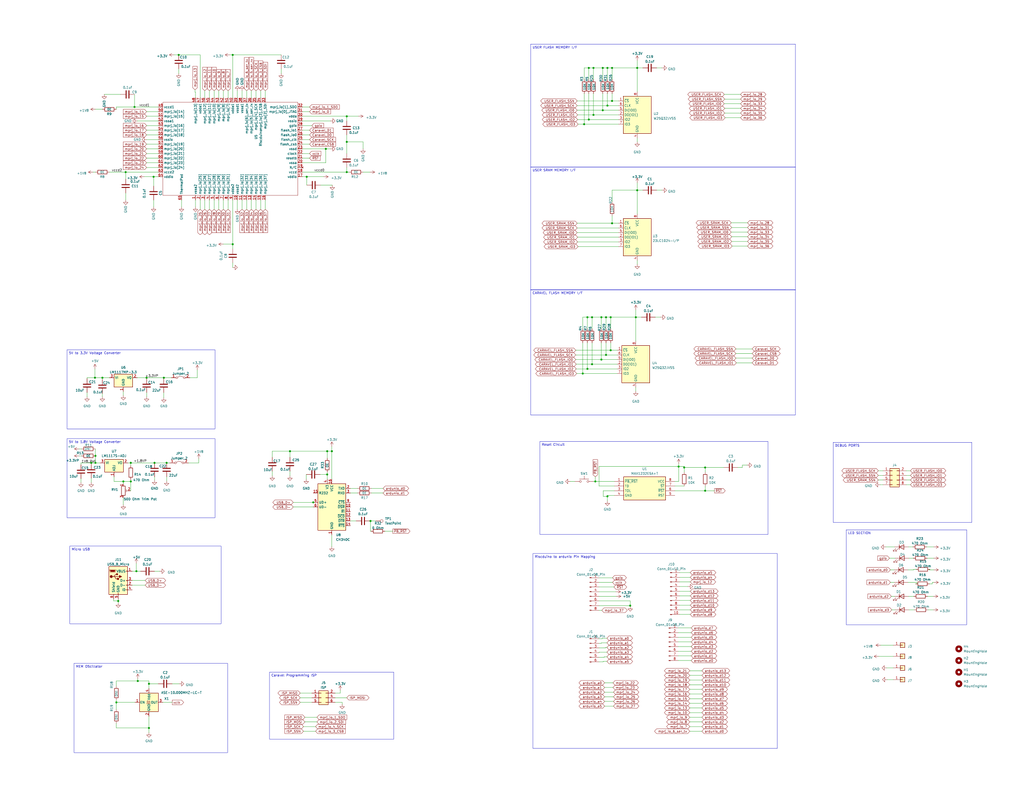
<source format=kicad_sch>
(kicad_sch (version 20230121) (generator eeschema)
  (paper "C")
  (title_block (date "2023-07-21") (rev "1.0.2"))
  (junction (at 347.726 37.084))
  (junction (at 81.28 373.38))
  (junction (at 71.374 262.89))
  (junction (at 178.562 259.08))
  (junction (at 334.01 55.118))
  (junction (at 328.93 37.084))
  (junction (at 80.01 206.248))
  (junction (at 67.31 262.89))
  (junction (at 321.31 37.084))
  (junction (at 323.088 173.228))
  (junction (at 189.23 93.98))
  (junction (at 323.85 37.084))
  (junction (at 331.47 57.658))
  (junction (at 84.328 252.73))
  (junction (at 384.81 267.97))
  (junction (at 68.58 93.98))
  (junction (at 323.85 62.738))
  (junction (at 75.184 371.856))
  (junction (at 320.548 201.422))
  (junction (at 189.23 77.47))
  (junction (at 334.01 121.92))
  (junction (at 330.708 193.802))
  (junction (at 73.406 58.42))
  (junction (at 331.47 37.084))
  (junction (at 331.47 271.018))
  (junction (at 127 133.35))
  (junction (at 323.088 198.882))
  (junction (at 370.332 254.762))
  (junction (at 97.536 29.972))
  (junction (at 71.374 252.73))
  (junction (at 343.916 330.708))
  (junction (at 318.77 67.818))
  (junction (at 74.422 311.912))
  (junction (at 89.408 206.248))
  (junction (at 333.248 173.228))
  (junction (at 63.5 383.54))
  (junction (at 189.23 63.5))
  (junction (at 52.07 252.73))
  (junction (at 333.248 191.262))
  (junction (at 202.184 284.48))
  (junction (at 83.82 96.52))
  (junction (at 177.8 81.28))
  (junction (at 318.008 203.962))
  (junction (at 328.93 60.198))
  (junction (at 170.942 274.32))
  (junction (at 328.168 196.342))
  (junction (at 330.708 173.228))
  (junction (at 181.102 246.38))
  (junction (at 49.784 252.73))
  (junction (at 90.932 252.73))
  (junction (at 167.386 96.52))
  (junction (at 334.01 37.084))
  (junction (at 328.168 173.228))
  (junction (at 158.242 246.38))
  (junction (at 81.28 397.51))
  (junction (at 324.866 262.89))
  (junction (at 64.516 328.168))
  (junction (at 347.726 103.886))
  (junction (at 127 29.972))
  (junction (at 51.816 206.248))
  (junction (at 384.81 255.27))
  (junction (at 178.562 246.38))
  (junction (at 52.07 248.92))
  (junction (at 321.31 65.278))
  (junction (at 346.964 173.228))
  (junction (at 320.548 173.228))
  (junction (at 55.88 206.248))
  (junction (at 373.38 255.27))
  (wire (pts (xy 334.01 55.118) (xy 337.566 55.118)))
  (wire (pts (xy 44.196 261.366) (xy 44.196 263.398)))
  (wire (pts (xy 106.426 50.292) (xy 106.426 49.022)))
  (wire (pts (xy 343.916 330.708) (xy 343.916 328.168)))
  (wire (pts (xy 181.102 292.1) (xy 181.102 298.45)))
  (wire (pts (xy 376.428 381.508) (xy 383.032 381.508)))
  (wire (pts (xy 47.498 206.248) (xy 51.816 206.248)))
  (wire (pts (xy 330.708 173.228) (xy 333.248 173.228)))
  (wire (pts (xy 144.78 49.53) (xy 144.78 53.34)))
  (wire (pts (xy 500.38 318.008) (xy 495.554 318.008)))
  (wire (pts (xy 80.01 76.2) (xy 86.36 76.2)))
  (wire (pts (xy 376.428 386.588) (xy 383.032 386.588)))
  (wire (pts (xy 97.536 29.972) (xy 94.996 29.972)))
  (wire (pts (xy 44.196 252.73) (xy 49.784 252.73)))
  (wire (pts (xy 71.374 252.73) (xy 71.374 254.254)))
  (wire (pts (xy 370.078 345.44) (xy 377.19 345.44)))
  (wire (pts (xy 89.408 214.376) (xy 89.408 217.17)))
  (wire (pts (xy 178.562 246.38) (xy 181.102 246.38)))
  (wire (pts (xy 328.93 37.084) (xy 331.47 37.084)))
  (wire (pts (xy 370.078 358.14) (xy 377.19 358.14)))
  (wire (pts (xy 508.762 318.77) (xy 508.762 318.008)))
  (wire (pts (xy 329.184 361.188) (xy 331.216 361.188)))
  (wire (pts (xy 81.28 391.16) (xy 81.28 397.51)))
  (wire (pts (xy 494.538 264.668) (xy 496.824 264.668)))
  (wire (pts (xy 335.28 265.43) (xy 326.898 265.43)))
  (wire (pts (xy 331.216 351.028) (xy 328.168 351.028)))
  (wire (pts (xy 74.93 66.04) (xy 86.36 66.04)))
  (wire (pts (xy 167.132 259.08) (xy 167.132 261.62)))
  (wire (pts (xy 330.708 193.802) (xy 336.804 193.802)))
  (wire (pts (xy 370.078 353.06) (xy 377.444 353.06)))
  (wire (pts (xy 109.22 53.34) (xy 109.22 29.972)))
  (wire (pts (xy 326.898 348.742) (xy 328.676 348.742)))
  (wire (pts (xy 97.536 40.132) (xy 97.536 37.592)))
  (wire (pts (xy 324.866 260.35) (xy 324.866 262.89)))
  (wire (pts (xy 479.298 259.588) (xy 481.838 259.588)))
  (wire (pts (xy 498.602 310.896) (xy 498.602 311.15)))
  (wire (pts (xy 81.28 397.51) (xy 81.28 400.05)))
  (wire (pts (xy 331.47 57.658) (xy 337.566 57.658)))
  (wire (pts (xy 114.3 109.22) (xy 114.3 114.3)))
  (wire (pts (xy 496.062 332.994) (xy 498.856 332.994)))
  (wire (pts (xy 80.01 71.12) (xy 86.36 71.12)))
  (wire (pts (xy 500.38 318.77) (xy 500.38 318.008)))
  (wire (pts (xy 61.976 328.168) (xy 64.516 328.168)))
  (wire (pts (xy 116.84 109.22) (xy 116.84 114.3)))
  (wire (pts (xy 181.102 243.84) (xy 181.102 246.38)))
  (wire (pts (xy 198.12 81.28) (xy 198.12 77.47)))
  (wire (pts (xy 165.1 58.42) (xy 168.91 58.42)))
  (wire (pts (xy 83.82 109.22) (xy 83.82 113.03)))
  (wire (pts (xy 347.726 103.886) (xy 350.774 103.886)))
  (wire (pts (xy 373.38 255.27) (xy 373.38 254.762)))
  (wire (pts (xy 370.84 320.294) (xy 375.412 320.294)))
  (wire (pts (xy 64.516 328.168) (xy 64.516 329.184)))
  (wire (pts (xy 314.452 198.882) (xy 323.088 198.882)))
  (wire (pts (xy 333.248 187.198) (xy 333.248 191.262)))
  (wire (pts (xy 401.828 198.12) (xy 410.464 198.12)))
  (wire (pts (xy 329.184 361.442) (xy 329.184 361.188)))
  (wire (pts (xy 63.5 397.51) (xy 63.5 394.97)))
  (wire (pts (xy 328.676 348.488) (xy 331.216 348.488)))
  (wire (pts (xy 331.47 270.51) (xy 331.47 271.018)))
  (wire (pts (xy 507.492 310.896) (xy 506.984 310.896)))
  (wire (pts (xy 321.31 43.434) (xy 321.31 37.084)))
  (wire (pts (xy 395.478 61.722) (xy 404.114 61.722)))
  (wire (pts (xy 373.38 255.27) (xy 384.81 255.27)))
  (wire (pts (xy 63.5 59.69) (xy 63.5 58.42)))
  (wire (pts (xy 81.28 397.51) (xy 63.5 397.51)))
  (wire (pts (xy 326.898 330.708) (xy 343.916 330.708)))
  (wire (pts (xy 51.816 206.248) (xy 55.88 206.248)))
  (wire (pts (xy 182.88 383.54) (xy 186.69 383.54)))
  (wire (pts (xy 376.428 373.888) (xy 383.032 373.888)))
  (wire (pts (xy 384.81 255.27) (xy 384.81 257.81)))
  (wire (pts (xy 376.428 399.288) (xy 383.032 399.288)))
  (wire (pts (xy 320.548 201.422) (xy 336.804 201.422)))
  (wire (pts (xy 129.54 109.22) (xy 129.54 114.3)))
  (wire (pts (xy 47.498 214.376) (xy 47.498 216.662)))
  (wire (pts (xy 68.58 93.98) (xy 68.58 97.79)))
  (wire (pts (xy 62.23 262.89) (xy 67.31 262.89)))
  (wire (pts (xy 97.79 373.38) (xy 93.98 373.38)))
  (wire (pts (xy 165.1 88.9) (xy 177.8 88.9)))
  (wire (pts (xy 399.034 121.666) (xy 407.924 121.666)))
  (wire (pts (xy 71.374 262.89) (xy 71.374 267.97)))
  (wire (pts (xy 80.01 63.5) (xy 86.36 63.5)))
  (wire (pts (xy 483.87 364.744) (xy 487.426 364.744)))
  (wire (pts (xy 148.59 257.302) (xy 148.59 259.842)))
  (wire (pts (xy 399.288 129.286) (xy 407.924 129.286)))
  (wire (pts (xy 43.18 245.11) (xy 44.45 245.11)))
  (wire (pts (xy 399.288 124.206) (xy 407.924 124.206)))
  (wire (pts (xy 165.608 396.748) (xy 172.212 396.748)))
  (wire (pts (xy 405.13 255.27) (xy 405.13 254)))
  (wire (pts (xy 165.1 76.2) (xy 168.91 76.2)))
  (wire (pts (xy 395.224 56.642) (xy 404.114 56.642)))
  (wire (pts (xy 315.214 62.738) (xy 323.85 62.738)))
  (wire (pts (xy 395.478 59.182) (xy 404.114 59.182)))
  (wire (pts (xy 370.078 342.9) (xy 377.19 342.9)))
  (wire (pts (xy 202.184 284.48) (xy 202.184 290.068)))
  (wire (pts (xy 99.06 109.22) (xy 99.06 113.03)))
  (wire (pts (xy 370.84 315.214) (xy 376.682 315.214)))
  (wire (pts (xy 329.692 358.648) (xy 331.216 358.648)))
  (wire (pts (xy 480.568 352.298) (xy 487.426 352.298)))
  (wire (pts (xy 182.88 378.46) (xy 185.674 378.46)))
  (wire (pts (xy 64.516 327.152) (xy 64.516 328.168)))
  (wire (pts (xy 84.328 252.73) (xy 90.932 252.73)))
  (wire (pts (xy 347.726 75.438) (xy 347.726 77.47)))
  (wire (pts (xy 51.816 201.422) (xy 51.816 206.248)))
  (wire (pts (xy 315.214 132.08) (xy 337.566 132.08)))
  (wire (pts (xy 323.088 187.198) (xy 323.088 198.882)))
  (wire (pts (xy 106.68 50.292) (xy 106.68 53.34)))
  (wire (pts (xy 328.168 179.578) (xy 328.168 173.228)))
  (wire (pts (xy 334.01 103.886) (xy 334.01 110.236)))
  (wire (pts (xy 486.41 325.628) (xy 488.188 325.628)))
  (wire (pts (xy 49.784 252.73) (xy 52.07 252.73)))
  (wire (pts (xy 165.1 83.82) (xy 168.91 83.82)))
  (wire (pts (xy 71.374 261.874) (xy 71.374 262.89)))
  (wire (pts (xy 324.866 262.89) (xy 335.28 262.89)))
  (wire (pts (xy 331.47 273.558) (xy 331.47 271.018)))
  (wire (pts (xy 181.356 101.092) (xy 175.006 101.092)))
  (wire (pts (xy 346.964 169.164) (xy 346.964 173.228)))
  (wire (pts (xy 328.168 351.282) (xy 326.898 351.282)))
  (wire (pts (xy 202.184 284.48) (xy 204.978 284.48)))
  (wire (pts (xy 323.85 37.084) (xy 323.85 43.434)))
  (wire (pts (xy 71.374 267.97) (xy 71.12 267.97)))
  (wire (pts (xy 127 29.972) (xy 153.416 29.972)))
  (wire (pts (xy 129.54 49.53) (xy 129.54 53.34)))
  (wire (pts (xy 189.23 77.47) (xy 189.23 83.82)))
  (wire (pts (xy 165.1 63.5) (xy 189.23 63.5)))
  (wire (pts (xy 318.008 203.962) (xy 336.804 203.962)))
  (wire (pts (xy 163.83 383.54) (xy 170.18 383.54)))
  (wire (pts (xy 314.96 57.658) (xy 331.47 57.658)))
  (wire (pts (xy 67.31 213.868) (xy 67.31 215.9)))
  (wire (pts (xy 167.386 96.52) (xy 165.1 96.52)))
  (wire (pts (xy 318.008 187.198) (xy 318.008 203.962)))
  (wire (pts (xy 331.47 270.51) (xy 335.28 270.51)))
  (wire (pts (xy 314.198 193.802) (xy 330.708 193.802)))
  (wire (pts (xy 127 143.51) (xy 127 146.05)))
  (wire (pts (xy 160.02 274.32) (xy 170.942 274.32)))
  (wire (pts (xy 139.7 49.53) (xy 139.7 53.34)))
  (wire (pts (xy 59.69 93.98) (xy 68.58 93.98)))
  (wire (pts (xy 370.332 262.89) (xy 368.3 262.89)))
  (wire (pts (xy 486.664 332.994) (xy 488.442 332.994)))
  (wire (pts (xy 395.732 64.262) (xy 404.114 64.262)))
  (wire (pts (xy 67.31 262.89) (xy 67.31 264.16)))
  (wire (pts (xy 318.77 37.084) (xy 321.31 37.084)))
  (wire (pts (xy 185.674 378.46) (xy 185.674 376.936)))
  (wire (pts (xy 329.946 377.952) (xy 334.772 377.952)))
  (wire (pts (xy 328.168 173.228) (xy 330.708 173.228)))
  (wire (pts (xy 191.262 284.48) (xy 194.31 284.48)))
  (wire (pts (xy 500.38 318.77) (xy 499.618 318.77)))
  (wire (pts (xy 84.328 311.912) (xy 87.122 311.912)))
  (wire (pts (xy 181.102 246.38) (xy 181.102 261.62)))
  (wire (pts (xy 202.184 290.068) (xy 202.438 290.068)))
  (wire (pts (xy 174.752 259.08) (xy 178.562 259.08)))
  (wire (pts (xy 368.3 267.97) (xy 384.81 267.97)))
  (wire (pts (xy 81.28 371.856) (xy 81.28 373.38)))
  (wire (pts (xy 507.238 318.77) (xy 508.762 318.77)))
  (wire (pts (xy 401.574 190.5) (xy 410.464 190.5)))
  (wire (pts (xy 72.136 316.992) (xy 79.248 316.992)))
  (wire (pts (xy 506.476 332.994) (xy 509.27 332.994)))
  (wire (pts (xy 328.168 196.342) (xy 336.804 196.342)))
  (wire (pts (xy 210.058 290.068) (xy 214.376 290.068)))
  (wire (pts (xy 330.454 353.568) (xy 331.216 353.568)))
  (wire (pts (xy 191.262 269.24) (xy 195.072 269.24)))
  (wire (pts (xy 189.23 73.66) (xy 189.23 77.47)))
  (wire (pts (xy 132.08 49.53) (xy 132.08 53.34)))
  (wire (pts (xy 167.386 96.52) (xy 167.386 101.092)))
  (wire (pts (xy 55.88 206.248) (xy 59.69 206.248)))
  (wire (pts (xy 198.12 77.47) (xy 189.23 77.47)))
  (wire (pts (xy 318.008 173.228) (xy 318.008 179.578)))
  (wire (pts (xy 63.5 383.54) (xy 73.66 383.54)))
  (wire (pts (xy 370.84 325.374) (xy 376.682 325.374)))
  (wire (pts (xy 178.562 246.38) (xy 178.562 250.19)))
  (wire (pts (xy 182.88 381) (xy 189.23 381)))
  (wire (pts (xy 498.602 310.896) (xy 499.872 310.896)))
  (wire (pts (xy 314.96 121.92) (xy 334.01 121.92)))
  (wire (pts (xy 376.428 396.748) (xy 383.032 396.748)))
  (wire (pts (xy 323.85 62.738) (xy 337.566 62.738)))
  (wire (pts (xy 134.62 109.22) (xy 134.62 114.3)))
  (wire (pts (xy 320.548 173.228) (xy 323.088 173.228)))
  (wire (pts (xy 328.93 60.198) (xy 337.566 60.198)))
  (wire (pts (xy 331.47 37.084) (xy 334.01 37.084)))
  (wire (pts (xy 160.02 276.86) (xy 170.942 276.86)))
  (wire (pts (xy 170.942 274.32) (xy 171.45 274.32)))
  (wire (pts (xy 80.01 88.9) (xy 86.36 88.9)))
  (wire (pts (xy 109.22 109.22) (xy 109.22 114.3)))
  (wire (pts (xy 331.47 51.054) (xy 331.47 57.658)))
  (wire (pts (xy 494.538 259.588) (xy 496.824 259.588)))
  (wire (pts (xy 370.84 317.754) (xy 376.682 317.754)))
  (wire (pts (xy 326.898 315.468) (xy 334.264 315.468)))
  (wire (pts (xy 314.198 191.262) (xy 333.248 191.262)))
  (wire (pts (xy 62.23 260.35) (xy 62.23 262.89)))
  (wire (pts (xy 405.13 255.27) (xy 402.59 255.27)))
  (wire (pts (xy 201.93 284.48) (xy 202.184 284.48)))
  (wire (pts (xy 329.946 372.872) (xy 334.518 372.872)))
  (wire (pts (xy 52.07 59.69) (xy 55.88 59.69)))
  (wire (pts (xy 311.15 262.89) (xy 313.69 262.89)))
  (wire (pts (xy 84.328 260.35) (xy 84.328 262.128)))
  (wire (pts (xy 479.298 257.048) (xy 481.838 257.048)))
  (wire (pts (xy 318.008 173.228) (xy 320.548 173.228)))
  (wire (pts (xy 357.632 173.228) (xy 360.426 173.228)))
  (wire (pts (xy 329.946 383.032) (xy 334.772 383.032)))
  (wire (pts (xy 127 133.35) (xy 127 135.89)))
  (wire (pts (xy 80.01 78.74) (xy 86.36 78.74)))
  (wire (pts (xy 72.136 319.532) (xy 79.248 319.532)))
  (wire (pts (xy 506.984 310.896) (xy 506.984 311.15)))
  (wire (pts (xy 334.01 103.886) (xy 347.726 103.886)))
  (wire (pts (xy 186.69 383.54) (xy 186.69 384.556)))
  (wire (pts (xy 158.242 257.302) (xy 158.242 259.842)))
  (wire (pts (xy 484.124 371.094) (xy 487.426 371.094)))
  (wire (pts (xy 395.224 51.562) (xy 404.114 51.562)))
  (wire (pts (xy 329.946 380.492) (xy 334.772 380.492)))
  (wire (pts (xy 508.762 318.008) (xy 509.524 318.008)))
  (wire (pts (xy 189.23 93.98) (xy 190.5 93.98)))
  (wire (pts (xy 315.468 134.62) (xy 337.566 134.62)))
  (wire (pts (xy 107.696 206.248) (xy 103.632 206.248)))
  (wire (pts (xy 166.37 394.208) (xy 172.974 394.208)))
  (wire (pts (xy 320.548 179.578) (xy 320.548 173.228)))
  (wire (pts (xy 328.93 51.054) (xy 328.93 60.198)))
  (wire (pts (xy 323.85 262.89) (xy 324.866 262.89)))
  (wire (pts (xy 165.1 93.98) (xy 189.23 93.98)))
  (wire (pts (xy 68.58 93.98) (xy 86.36 93.98)))
  (wire (pts (xy 370.84 327.914) (xy 376.682 327.914)))
  (wire (pts (xy 116.84 49.53) (xy 116.84 53.34)))
  (wire (pts (xy 358.394 37.084) (xy 361.188 37.084)))
  (wire (pts (xy 166.37 391.668) (xy 172.974 391.668)))
  (wire (pts (xy 323.088 198.882) (xy 336.804 198.882)))
  (wire (pts (xy 124.46 49.53) (xy 124.46 53.34)))
  (wire (pts (xy 72.136 311.912) (xy 74.422 311.912)))
  (wire (pts (xy 346.964 211.582) (xy 346.964 213.614)))
  (wire (pts (xy 326.898 333.248) (xy 328.422 333.248)))
  (wire (pts (xy 89.408 206.248) (xy 93.472 206.248)))
  (wire (pts (xy 114.3 49.53) (xy 114.3 53.34)))
  (wire (pts (xy 347.726 142.24) (xy 347.726 144.272)))
  (wire (pts (xy 315.214 65.278) (xy 321.31 65.278)))
  (wire (pts (xy 333.248 173.228) (xy 346.964 173.228)))
  (wire (pts (xy 106.68 109.22) (xy 106.68 113.03)))
  (wire (pts (xy 506.984 311.15) (xy 509.524 311.15)))
  (wire (pts (xy 81.28 373.38) (xy 81.28 375.92)))
  (wire (pts (xy 329.692 358.902) (xy 329.692 358.648)))
  (wire (pts (xy 323.85 37.084) (xy 328.93 37.084)))
  (wire (pts (xy 329.184 267.97) (xy 329.184 271.018)))
  (wire (pts (xy 347.726 33.02) (xy 347.726 37.084)))
  (wire (pts (xy 333.248 173.228) (xy 333.248 179.578)))
  (wire (pts (xy 334.01 117.856) (xy 334.01 121.92)))
  (wire (pts (xy 368.3 265.43) (xy 373.38 265.43)))
  (wire (pts (xy 139.7 109.22) (xy 139.7 114.3)))
  (wire (pts (xy 331.216 356.108) (xy 326.898 356.108)))
  (wire (pts (xy 165.1 71.12) (xy 168.91 71.12)))
  (wire (pts (xy 315.214 129.54) (xy 337.566 129.54)))
  (wire (pts (xy 56.896 51.562) (xy 65.786 51.562)))
  (wire (pts (xy 73.406 58.42) (xy 86.36 58.42)))
  (wire (pts (xy 376.428 394.208) (xy 383.032 394.208)))
  (wire (pts (xy 326.898 265.43) (xy 326.898 254.762)))
  (wire (pts (xy 485.902 311.15) (xy 487.934 311.15)))
  (wire (pts (xy 111.76 49.53) (xy 111.76 53.34)))
  (wire (pts (xy 323.088 173.228) (xy 323.088 179.578)))
  (wire (pts (xy 326.898 358.902) (xy 329.692 358.902)))
  (wire (pts (xy 314.198 196.342) (xy 328.168 196.342)))
  (wire (pts (xy 44.196 252.73) (xy 44.196 253.746)))
  (wire (pts (xy 165.1 68.58) (xy 170.18 68.58)))
  (wire (pts (xy 80.01 91.44) (xy 86.36 91.44)))
  (wire (pts (xy 148.59 249.682) (xy 148.59 246.38)))
  (wire (pts (xy 165.1 86.36) (xy 168.91 86.36)))
  (wire (pts (xy 318.77 37.084) (xy 318.77 43.434)))
  (wire (pts (xy 90.932 252.73) (xy 92.71 252.73)))
  (wire (pts (xy 80.01 214.376) (xy 80.01 216.662)))
  (wire (pts (xy 376.428 384.048) (xy 383.032 384.048)))
  (wire (pts (xy 399.542 134.366) (xy 407.924 134.366)))
  (wire (pts (xy 321.31 37.084) (xy 323.85 37.084)))
  (wire (pts (xy 320.548 187.198) (xy 320.548 201.422)))
  (wire (pts (xy 158.242 246.38) (xy 178.562 246.38)))
  (wire (pts (xy 496.062 304.8) (xy 498.348 304.8)))
  (wire (pts (xy 376.428 389.128) (xy 383.032 389.128)))
  (wire (pts (xy 55.88 214.884) (xy 55.88 216.662)))
  (wire (pts (xy 370.078 360.68) (xy 377.19 360.68)))
  (wire (pts (xy 63.5 371.856) (xy 75.184 371.856)))
  (wire (pts (xy 376.428 376.428) (xy 383.032 376.428)))
  (wire (pts (xy 370.078 355.6) (xy 377.19 355.6)))
  (wire (pts (xy 191.262 266.7) (xy 195.072 266.7)))
  (wire (pts (xy 399.034 126.746) (xy 407.924 126.746)))
  (wire (pts (xy 347.726 99.822) (xy 347.726 103.886)))
  (wire (pts (xy 165.1 66.04) (xy 180.34 66.04)))
  (wire (pts (xy 495.808 325.628) (xy 498.602 325.628)))
  (wire (pts (xy 347.726 37.084) (xy 350.774 37.084)))
  (wire (pts (xy 318.77 67.818) (xy 337.566 67.818)))
  (wire (pts (xy 498.602 311.15) (xy 495.554 311.15)))
  (wire (pts (xy 370.332 254.762) (xy 370.332 262.89)))
  (wire (pts (xy 107.696 201.93) (xy 107.696 206.248)))
  (wire (pts (xy 494.538 262.128) (xy 496.824 262.128)))
  (wire (pts (xy 479.552 358.394) (xy 487.426 358.394)))
  (wire (pts (xy 108.458 250.444) (xy 108.458 252.73)))
  (wire (pts (xy 142.24 49.53) (xy 142.24 53.34)))
  (wire (pts (xy 137.16 109.22) (xy 137.16 114.3)))
  (wire (pts (xy 384.81 267.97) (xy 389.89 267.97)))
  (wire (pts (xy 178.562 259.08) (xy 178.562 261.62)))
  (wire (pts (xy 80.01 86.36) (xy 86.36 86.36)))
  (wire (pts (xy 52.07 252.73) (xy 54.61 252.73)))
  (wire (pts (xy 119.38 109.22) (xy 119.38 114.3)))
  (wire (pts (xy 106.68 50.292) (xy 106.426 50.292)))
  (wire (pts (xy 323.088 173.228) (xy 328.168 173.228)))
  (wire (pts (xy 328.93 43.434) (xy 328.93 37.084)))
  (wire (pts (xy 326.898 323.088) (xy 336.042 323.088)))
  (wire (pts (xy 78.74 96.52) (xy 83.82 96.52)))
  (wire (pts (xy 125.476 29.972) (xy 127 29.972)))
  (wire (pts (xy 326.898 318.008) (xy 334.264 318.008)))
  (wire (pts (xy 347.726 116.84) (xy 347.726 103.886)))
  (wire (pts (xy 330.454 353.822) (xy 330.454 353.568)))
  (wire (pts (xy 165.608 399.288) (xy 172.212 399.288)))
  (wire (pts (xy 485.902 318.008) (xy 487.934 318.008)))
  (wire (pts (xy 127 109.22) (xy 127 133.35)))
  (wire (pts (xy 370.078 350.52) (xy 377.19 350.52)))
  (wire (pts (xy 321.31 65.278) (xy 337.566 65.278)))
  (wire (pts (xy 343.916 331.216) (xy 343.916 330.708)))
  (wire (pts (xy 314.96 60.198) (xy 328.93 60.198)))
  (wire (pts (xy 142.24 109.22) (xy 142.24 114.3)))
  (wire (pts (xy 485.394 304.8) (xy 488.442 304.8)))
  (wire (pts (xy 202.692 269.24) (xy 209.042 269.24)))
  (wire (pts (xy 323.85 51.054) (xy 323.85 62.738)))
  (wire (pts (xy 328.168 351.028) (xy 328.168 351.282)))
  (wire (pts (xy 80.01 73.66) (xy 86.36 73.66)))
  (wire (pts (xy 69.85 252.73) (xy 71.374 252.73)))
  (wire (pts (xy 52.07 248.92) (xy 52.07 252.73)))
  (wire (pts (xy 189.23 63.5) (xy 195.58 63.5)))
  (wire (pts (xy 121.92 49.53) (xy 121.92 53.34)))
  (wire (pts (xy 334.01 51.054) (xy 334.01 55.118)))
  (wire (pts (xy 326.898 325.628) (xy 336.296 325.628)))
  (wire (pts (xy 505.714 298.704) (xy 509.524 298.704)))
  (wire (pts (xy 370.078 347.98) (xy 377.19 347.98)))
  (wire (pts (xy 177.8 88.9) (xy 177.8 81.28)))
  (wire (pts (xy 80.01 206.248) (xy 80.01 206.756)))
  (wire (pts (xy 83.82 96.52) (xy 86.36 96.52)))
  (wire (pts (xy 328.168 187.198) (xy 328.168 196.342)))
  (wire (pts (xy 111.76 109.22) (xy 111.76 114.3)))
  (wire (pts (xy 74.422 307.594) (xy 74.422 311.912)))
  (wire (pts (xy 163.83 381) (xy 170.18 381)))
  (wire (pts (xy 158.242 249.682) (xy 158.242 246.38)))
  (wire (pts (xy 90.932 260.35) (xy 90.932 262.636)))
  (wire (pts (xy 331.47 37.084) (xy 331.47 43.434)))
  (wire (pts (xy 479.298 262.128) (xy 481.838 262.128)))
  (wire (pts (xy 395.478 54.102) (xy 404.114 54.102)))
  (wire (pts (xy 376.428 378.968) (xy 383.032 378.968)))
  (wire (pts (xy 163.83 378.46) (xy 170.18 378.46)))
  (wire (pts (xy 67.31 271.78) (xy 67.31 275.59)))
  (wire (pts (xy 376.428 371.348) (xy 383.032 371.348)))
  (wire (pts (xy 63.5 58.42) (xy 73.406 58.42)))
  (wire (pts (xy 483.362 298.704) (xy 488.188 298.704)))
  (wire (pts (xy 370.84 312.674) (xy 376.682 312.674)))
  (wire (pts (xy 108.458 252.73) (xy 102.87 252.73)))
  (wire (pts (xy 326.898 328.168) (xy 343.916 328.168)))
  (wire (pts (xy 75.184 370.586) (xy 75.184 371.856)))
  (wire (pts (xy 148.59 246.38) (xy 158.242 246.38)))
  (wire (pts (xy 189.23 63.5) (xy 189.23 66.04)))
  (wire (pts (xy 347.726 50.038) (xy 347.726 37.084)))
  (wire (pts (xy 330.708 173.228) (xy 330.708 179.578)))
  (wire (pts (xy 370.84 322.834) (xy 376.682 322.834)))
  (wire (pts (xy 505.968 304.8) (xy 509.524 304.8)))
  (wire (pts (xy 376.428 391.668) (xy 383.032 391.668)))
  (wire (pts (xy 326.898 361.442) (xy 329.184 361.442)))
  (wire (pts (xy 80.01 81.28) (xy 86.36 81.28)))
  (wire (pts (xy 370.332 253.238) (xy 370.332 254.762)))
  (wire (pts (xy 314.96 55.118) (xy 334.01 55.118)))
  (wire (pts (xy 89.408 206.248) (xy 89.408 206.756)))
  (wire (pts (xy 373.38 257.81) (xy 373.38 255.27)))
  (wire (pts (xy 346.964 173.228) (xy 350.012 173.228)))
  (wire (pts (xy 134.62 49.53) (xy 134.62 53.34)))
  (wire (pts (xy 334.01 121.92) (xy 337.566 121.92)))
  (wire (pts (xy 401.574 193.04) (xy 410.464 193.04)))
  (wire (pts (xy 370.84 330.454) (xy 376.682 330.454)))
  (wire (pts (xy 88.9 383.54) (xy 93.98 383.54)))
  (wire (pts (xy 326.898 320.548) (xy 335.026 320.548)))
  (wire (pts (xy 314.96 124.46) (xy 337.566 124.46)))
  (wire (pts (xy 376.428 366.268) (xy 383.032 366.268)))
  (wire (pts (xy 202.692 266.7) (xy 209.042 266.7)))
  (wire (pts (xy 47.498 206.756) (xy 47.498 206.248)))
  (wire (pts (xy 81.28 373.38) (xy 86.36 373.38)))
  (wire (pts (xy 494.538 257.048) (xy 496.824 257.048)))
  (wire (pts (xy 178.562 257.81) (xy 178.562 259.08)))
  (wire (pts (xy 52.07 245.11) (xy 52.07 248.92)))
  (wire (pts (xy 333.248 191.262) (xy 336.804 191.262)))
  (wire (pts (xy 384.81 265.43) (xy 384.81 267.97)))
  (wire (pts (xy 50.8 93.98) (xy 52.07 93.98)))
  (wire (pts (xy 132.08 109.22) (xy 132.08 114.3)))
  (wire (pts (xy 330.708 187.198) (xy 330.708 193.802)))
  (wire (pts (xy 127 133.35) (xy 121.92 133.35)))
  (wire (pts (xy 63.5 383.54) (xy 63.5 387.35)))
  (wire (pts (xy 67.31 262.89) (xy 71.374 262.89)))
  (wire (pts (xy 321.31 51.054) (xy 321.31 65.278)))
  (wire (pts (xy 376.428 368.808) (xy 383.032 368.808)))
  (wire (pts (xy 335.28 267.97) (xy 329.184 267.97)))
  (wire (pts (xy 137.16 49.53) (xy 137.16 53.34)))
  (wire (pts (xy 144.78 109.22) (xy 144.78 114.3)))
  (wire (pts (xy 384.81 255.27) (xy 394.97 255.27)))
  (wire (pts (xy 80.01 83.82) (xy 86.36 83.82)))
  (wire (pts (xy 326.898 356.108) (xy 326.898 356.362)))
  (wire (pts (xy 373.38 254.762) (xy 370.332 254.762)))
  (wire (pts (xy 124.46 109.22) (xy 124.46 114.3)))
  (wire (pts (xy 74.422 311.912) (xy 76.708 311.912)))
  (wire (pts (xy 314.452 201.422) (xy 320.548 201.422)))
  (wire (pts (xy 75.184 371.856) (xy 81.28 371.856)))
  (wire (pts (xy 326.898 353.822) (xy 330.454 353.822)))
  (wire (pts (xy 328.676 348.742) (xy 328.676 348.488)))
  (wire (pts (xy 74.93 206.248) (xy 80.01 206.248)))
  (wire (pts (xy 399.288 131.826) (xy 407.924 131.826)))
  (wire (pts (xy 326.898 254.762) (xy 370.332 254.762)))
  (wire (pts (xy 165.1 78.74) (xy 168.91 78.74)))
  (wire (pts (xy 198.12 93.98) (xy 201.93 93.98)))
  (wire (pts (xy 334.01 37.084) (xy 334.01 43.434)))
  (wire (pts (xy 153.416 40.132) (xy 153.416 37.592)))
  (wire (pts (xy 127 29.972) (xy 127 53.34)))
  (wire (pts (xy 63.5 371.856) (xy 63.5 374.65)))
  (wire (pts (xy 370.84 332.994) (xy 376.682 332.994)))
  (wire (pts (xy 370.84 335.534) (xy 376.682 335.534)))
  (wire (pts (xy 165.1 60.96) (xy 168.91 60.96)))
  (wire (pts (xy 405.13 254) (xy 407.67 254)))
  (wire (pts (xy 165.1 73.66) (xy 168.91 73.66)))
  (wire (pts (xy 318.77 51.054) (xy 318.77 67.818)))
  (wire (pts (xy 480.314 264.668) (xy 481.838 264.668)))
  (wire (pts (xy 73.406 51.562) (xy 73.406 58.42)))
  (wire (pts (xy 83.82 96.52) (xy 83.82 101.6)))
  (wire (pts (xy 315.468 67.818) (xy 318.77 67.818)))
  (wire (pts (xy 329.946 385.572) (xy 334.772 385.572)))
  (wire (pts (xy 80.01 206.248) (xy 89.408 206.248)))
  (wire (pts (xy 334.01 37.084) (xy 347.726 37.084)))
  (wire (pts (xy 167.386 96.52) (xy 176.53 96.52)))
  (wire (pts (xy 63.5 382.27) (xy 63.5 383.54)))
  (wire (pts (xy 314.706 203.962) (xy 318.008 203.962)))
  (wire (pts (xy 329.946 375.412) (xy 334.518 375.412)))
  (wire (pts (xy 61.976 327.152) (xy 61.976 328.168)))
  (wire (pts (xy 314.96 127) (xy 337.566 127)))
  (wire (pts (xy 495.808 298.704) (xy 498.094 298.704)))
  (wire (pts (xy 49.784 261.112) (xy 49.784 263.398)))
  (wire (pts (xy 43.18 248.92) (xy 44.45 248.92)))
  (wire (pts (xy 346.964 186.182) (xy 346.964 173.228)))
  (wire (pts (xy 506.222 325.628) (xy 509.27 325.628)))
  (wire (pts (xy 401.574 195.58) (xy 410.464 195.58)))
  (wire (pts (xy 119.38 49.53) (xy 119.38 53.34)))
  (wire (pts (xy 71.374 252.73) (xy 84.328 252.73)))
  (wire (pts (xy 109.22 29.972) (xy 97.536 29.972)))
  (wire (pts (xy 329.184 271.018) (xy 331.47 271.018)))
  (wire (pts (xy 49.784 253.492) (xy 49.784 252.73)))
  (wire (pts (xy 80.01 68.58) (xy 86.36 68.58)))
  (wire (pts (xy 189.23 91.44) (xy 189.23 93.98)))
  (wire (pts (xy 68.58 105.41) (xy 68.58 109.22)))
  (wire (pts (xy 80.01 60.96) (xy 86.36 60.96)))
  (wire (pts (xy 121.92 109.22) (xy 121.92 114.3)))
  (wire (pts (xy 165.1 81.28) (xy 177.8 81.28)))
  (wire (pts (xy 177.8 81.28) (xy 180.34 81.28)))
  (wire (pts (xy 55.88 207.264) (xy 55.88 206.248)))
  (wire (pts (xy 358.394 103.886) (xy 361.188 103.886)))
  (text_box "MEM OScillator" (at 40.386 362.204 0) (size 83.82 48.768) (effects (font (size 1.27 1.27)) (justify left top)))
  (text_box "5V to 3.3V Voltage Converter" (at 36.576 191.008 0) (size 80.772 43.18) (effects (font (size 1.27 1.27)) (justify left top)))
  (text_box "LED SECTION" (at 461.772 289.306 0) (size 65.786 51.816) (effects (font (size 1.27 1.27)) (justify left top)))
  (text_box "Riscduino to ardunio Pin Mapping" (at 290.83 302.26 0) (size 133.35 106.426) (effects (font (size 1.27 1.27)) (justify left top)))
  (text_box "Micro USB" (at 38.1 298.196 0) (size 82.55 42.418) (effects (font (size 1.27 1.27)) (justify left top)))
  (text_box "USER SRAM MEMORY I/F" (at 289.56 91.186 0) (size 144.526 67.056) (effects (font (size 1.27 1.27)) (justify left top)))
  (text_box "DEBUG PORTS" (at 454.66 241.554 0) (size 75.692 43.688) (effects (font (size 1.27 1.27)) (justify left top)))
  (text_box "Caravel Programming ISP" (at 147.066 367.03 0) (size 67.818 36.576) (effects (font (size 1.27 1.27)) (justify left top)))
  (text_box "USER FLASH MEMORY I/F" (at 289.56 24.13 0) (size 144.526 67.056) (effects (font (size 1.27 1.27)) (justify left top)))
  (text_box "5V to 1.8V Voltage Converter" (at 36.576 239.522 0) (size 80.772 43.18) (effects (font (size 1.27 1.27)) (justify left top)))
  (text_box "Reset Circuit" (at 294.64 241.046 0) (size 124.46 50.8) (effects (font (size 1.27 1.27)) (justify left top)))
  (text_box "CARAVEL FLASH MEMORY I/F" (at 289.56 158.242 0) (size 144.526 68.326) (effects (font (size 1.27 1.27)) (justify left top)))
  (label "vccd0" (at 171.45 93.98 0))
  (label "1V8_Ref" (at 44.45 252.984 0))
  (label "vccd1" (at 75.946 58.42 0))
  (label "+1.8VP" (at 72.898 252.73 0))
  (label "vccd2" (at 60.96 93.98 0))
  (label "+3.3VP" (at 79.248 206.248 0))
  (global_label "USER_FLASH_SCK" (shape bidirectional) (at 395.224 51.562 180) (property "Intersheetrefs" "${INTERSHEET_REFS}" (effects hide)))
  (global_label "ardunio_d1" (shape input) (at 485.902 318.008 180) (property "Intersheetrefs" "${INTERSHEET_REFS}" (effects hide)))
  (global_label "mprj_io_12" (shape input) (at 111.76 49.53 90) (property "Intersheetrefs" "${INTERSHEET_REFS}" (effects hide)))
  (global_label "ardunio_a1" (shape bidirectional) (at 331.216 351.028 0) (property "Intersheetrefs" "${INTERSHEET_REFS}" (effects hide)))
  (global_label "USER_FLASH_SSN" (shape bidirectional) (at 314.96 55.118 180) (property "Intersheetrefs" "${INTERSHEET_REFS}" (effects hide)))
  (global_label "mprj_io_25" (shape bidirectional) (at 109.22 114.3 270) (property "Intersheetrefs" "${INTERSHEET_REFS}" (effects hide)))
  (global_label "ardunio_d6" (shape bidirectional) (at 383.032 384.048 0) (property "Intersheetrefs" "${INTERSHEET_REFS}" (effects hide)))
  (global_label "mprj_io_24" (shape bidirectional) (at 334.772 377.952 0) (property "Intersheetrefs" "${INTERSHEET_REFS}" (effects hide)))
  (global_label "ISP_MISO" (shape bidirectional) (at 163.83 378.46 180) (property "Intersheetrefs" "${INTERSHEET_REFS}" (effects hide)))
  (global_label "ardunio_d7" (shape bidirectional) (at 377.19 342.9 0) (property "Intersheetrefs" "${INTERSHEET_REFS}" (effects hide)))
  (global_label "ardunio_d1" (shape bidirectional) (at 383.032 396.748 0) (property "Intersheetrefs" "${INTERSHEET_REFS}" (effects hide)))
  (global_label "ardunio_a3" (shape bidirectional) (at 331.216 356.108 0) (property "Intersheetrefs" "${INTERSHEET_REFS}" (effects hide)))
  (global_label "USER_FLASH_SCK" (shape bidirectional) (at 479.298 257.048 180) (property "Intersheetrefs" "${INTERSHEET_REFS}" (effects hide)))
  (global_label "mprj_io_28" (shape input) (at 116.84 114.3 270) (property "Intersheetrefs" "${INTERSHEET_REFS}" (effects hide)))
  (global_label "mprj_io_31" (shape input) (at 124.46 114.3 270) (property "Intersheetrefs" "${INTERSHEET_REFS}" (effects hide)))
  (global_label "mprj_io_15" (shape input) (at 80.01 63.5 180) (property "Intersheetrefs" "${INTERSHEET_REFS}" (effects hide)))
  (global_label "mprj_io_16" (shape bidirectional) (at 376.428 378.968 180) (property "Intersheetrefs" "${INTERSHEET_REFS}" (effects hide)))
  (global_label "ardunio_a1" (shape bidirectional) (at 329.946 375.412 180) (property "Intersheetrefs" "${INTERSHEET_REFS}" (effects hide)))
  (global_label "USB_D-" (shape bidirectional) (at 79.248 319.532 0) (property "Intersheetrefs" "${INTERSHEET_REFS}" (effects hide)))
  (global_label "ardunio_d5" (shape bidirectional) (at 377.19 347.98 0) (property "Intersheetrefs" "${INTERSHEET_REFS}" (effects hide)))
  (global_label "mprj_io_22" (shape bidirectional) (at 334.518 372.872 0) (property "Intersheetrefs" "${INTERSHEET_REFS}" (effects hide)))
  (global_label "ISP_SCK" (shape bidirectional) (at 163.83 381 180) (property "Intersheetrefs" "${INTERSHEET_REFS}" (effects hide)))
  (global_label "ardunio_d1" (shape bidirectional) (at 209.042 269.24 0) (property "Intersheetrefs" "${INTERSHEET_REFS}" (effects hide)))
  (global_label "USER_FLASH_SSN" (shape bidirectional) (at 395.478 54.102 180) (property "Intersheetrefs" "${INTERSHEET_REFS}" (effects hide)))
  (global_label "ardunio_a3" (shape bidirectional) (at 329.946 380.492 180) (property "Intersheetrefs" "${INTERSHEET_REFS}" (effects hide)))
  (global_label "mprj_io_6_ser_tx" (shape bidirectional) (at 376.428 399.288 180) (property "Intersheetrefs" "${INTERSHEET_REFS}" (effects hide)))
  (global_label "mprj_io_7" (shape bidirectional) (at 376.428 396.748 180) (property "Intersheetrefs" "${INTERSHEET_REFS}" (effects hide)))
  (global_label "mprj_io_28" (shape bidirectional) (at 404.114 51.562 0) (property "Intersheetrefs" "${INTERSHEET_REFS}" (effects hide)))
  (global_label "mprj_io_7" (shape input) (at 124.46 49.53 90) (property "Intersheetrefs" "${INTERSHEET_REFS}" (effects hide)))
  (global_label "mprj_io_8" (shape bidirectional) (at 376.428 394.208 180) (property "Intersheetrefs" "${INTERSHEET_REFS}" (effects hide)))
  (global_label "mprj_io_25" (shape bidirectional) (at 334.772 380.492 0) (property "Intersheetrefs" "${INTERSHEET_REFS}" (effects hide)))
  (global_label "mprj_io_11" (shape input) (at 114.3 49.53 90) (property "Intersheetrefs" "${INTERSHEET_REFS}" (effects hide)))
  (global_label "ardunio_d11" (shape bidirectional) (at 383.032 371.348 0) (property "Intersheetrefs" "${INTERSHEET_REFS}" (effects hide)))
  (global_label "mprj_io_13" (shape input) (at 106.426 49.022 90) (property "Intersheetrefs" "${INTERSHEET_REFS}" (effects hide)))
  (global_label "ardunio_a5" (shape bidirectional) (at 329.946 385.572 180) (property "Intersheetrefs" "${INTERSHEET_REFS}" (effects hide)))
  (global_label "USER_FLASH_IO2" (shape bidirectional) (at 395.478 61.722 180) (property "Intersheetrefs" "${INTERSHEET_REFS}" (effects hide)))
  (global_label "ardunio_a0" (shape bidirectional) (at 331.216 348.488 0) (property "Intersheetrefs" "${INTERSHEET_REFS}" (effects hide)))
  (global_label "Caravel_CSB" (shape bidirectional) (at 410.464 193.04 0) (property "Intersheetrefs" "${INTERSHEET_REFS}" (effects hide)))
  (global_label "mprj_io_34" (shape input) (at 137.16 114.3 270) (property "Intersheetrefs" "${INTERSHEET_REFS}" (effects hide)))
  (global_label "ardunio_d3" (shape bidirectional) (at 377.19 353.06 0) (property "Intersheetrefs" "${INTERSHEET_REFS}" (effects hide)))
  (global_label "Caravel_SCK" (shape bidirectional) (at 410.464 190.5 0) (property "Intersheetrefs" "${INTERSHEET_REFS}" (effects hide)))
  (global_label "mprj_io_2_SDI" (shape input) (at 172.974 394.208 0) (property "Intersheetrefs" "${INTERSHEET_REFS}" (effects hide)))
  (global_label "USER_SRAM_SSN" (shape bidirectional) (at 399.288 124.206 180) (property "Intersheetrefs" "${INTERSHEET_REFS}" (effects hide)))
  (global_label "ISP_SCK" (shape input) (at 165.608 396.748 180) (property "Intersheetrefs" "${INTERSHEET_REFS}" (effects hide)))
  (global_label "mprj_io_6_ser_tx" (shape input) (at 134.62 49.53 90) (property "Intersheetrefs" "${INTERSHEET_REFS}" (effects hide)))
  (global_label "CARAVEL_FLASH_IO1" (shape bidirectional) (at 401.828 198.12 180) (property "Intersheetrefs" "${INTERSHEET_REFS}" (effects hide)))
  (global_label "Caravel_SCK" (shape input) (at 168.91 76.2 0) (property "Intersheetrefs" "${INTERSHEET_REFS}" (effects hide)))
  (global_label "mprj_io_29" (shape bidirectional) (at 404.114 54.102 0) (property "Intersheetrefs" "${INTERSHEET_REFS}" (effects hide)))
  (global_label "mprj_io_35" (shape bidirectional) (at 404.114 61.722 0) (property "Intersheetrefs" "${INTERSHEET_REFS}" (effects hide)))
  (global_label "USB_D+" (shape bidirectional) (at 79.248 316.992 0) (property "Intersheetrefs" "${INTERSHEET_REFS}" (effects hide)))
  (global_label "ardunio_d6" (shape bidirectional) (at 377.19 345.44 0) (property "Intersheetrefs" "${INTERSHEET_REFS}" (effects hide)))
  (global_label "USER_FLASH_IO1" (shape bidirectional) (at 395.478 59.182 180) (property "Intersheetrefs" "${INTERSHEET_REFS}" (effects hide)))
  (global_label "USER_SRAM_IO0" (shape bidirectional) (at 399.034 126.746 180) (property "Intersheetrefs" "${INTERSHEET_REFS}" (effects hide)))
  (global_label "USB_D+" (shape bidirectional) (at 160.02 274.32 180) (property "Intersheetrefs" "${INTERSHEET_REFS}" (effects hide)))
  (global_label "USER_SRAM_IO1" (shape bidirectional) (at 315.214 129.54 180) (property "Intersheetrefs" "${INTERSHEET_REFS}" (effects hide)))
  (global_label "CARAVEL_FLASH_IO2" (shape bidirectional) (at 314.452 201.422 180) (property "Intersheetrefs" "${INTERSHEET_REFS}" (effects hide)))
  (global_label "ardunio_d9" (shape bidirectional) (at 383.032 376.428 0) (property "Intersheetrefs" "${INTERSHEET_REFS}" (effects hide)))
  (global_label "CARAVEL_FLASH_SCK" (shape bidirectional) (at 401.574 193.04 180) (property "Intersheetrefs" "${INTERSHEET_REFS}" (effects hide)))
  (global_label "gpio" (shape input) (at 170.18 68.58 0) (property "Intersheetrefs" "${INTERSHEET_REFS}" (effects hide)))
  (global_label "ardunio_d10" (shape bidirectional) (at 376.682 330.454 0) (property "Intersheetrefs" "${INTERSHEET_REFS}" (effects hide)))
  (global_label "mprj_io_17" (shape bidirectional) (at 376.428 376.428 180) (property "Intersheetrefs" "${INTERSHEET_REFS}" (effects hide)))
  (global_label "mprj_io_26" (shape bidirectional) (at 334.772 383.032 0) (property "Intersheetrefs" "${INTERSHEET_REFS}" (effects hide)))
  (global_label "ISP_SSN" (shape bidirectional) (at 163.83 383.54 180) (property "Intersheetrefs" "${INTERSHEET_REFS}" (effects hide)))
  (global_label "mprj_io_14" (shape bidirectional) (at 376.428 384.048 180) (property "Intersheetrefs" "${INTERSHEET_REFS}" (effects hide)))
  (global_label "mprj_io_21" (shape input) (at 80.01 83.82 180) (property "Intersheetrefs" "${INTERSHEET_REFS}" (effects hide)))
  (global_label "mprj_io_29" (shape input) (at 119.38 114.3 270) (property "Intersheetrefs" "${INTERSHEET_REFS}" (effects hide)))
  (global_label "USER_SRAM_SSN" (shape bidirectional) (at 314.96 121.92 180) (property "Intersheetrefs" "${INTERSHEET_REFS}" (effects hide)))
  (global_label "~{RST}" (shape input) (at 168.91 86.36 0) (property "Intersheetrefs" "${INTERSHEET_REFS}" (effects hide)))
  (global_label "ardunio_d7" (shape bidirectional) (at 383.032 381.508 0) (property "Intersheetrefs" "${INTERSHEET_REFS}" (effects hide)))
  (global_label "mprj_io_36" (shape bidirectional) (at 407.924 134.366 0) (property "Intersheetrefs" "${INTERSHEET_REFS}" (effects hide)))
  (global_label "mprj_io_4_SCK" (shape input) (at 172.212 396.748 0) (property "Intersheetrefs" "${INTERSHEET_REFS}" (effects hide)))
  (global_label "ardunio_a5" (shape bidirectional) (at 376.682 312.674 0) (property "Intersheetrefs" "${INTERSHEET_REFS}" (effects hide)))
  (global_label "mprj_io_24" (shape input) (at 80.01 91.44 180) (property "Intersheetrefs" "${INTERSHEET_REFS}" (effects hide)))
  (global_label "ardunio_a4" (shape bidirectional) (at 329.946 383.032 180) (property "Intersheetrefs" "${INTERSHEET_REFS}" (effects hide)))
  (global_label "mprj_io_23" (shape input) (at 80.01 88.9 180) (property "Intersheetrefs" "${INTERSHEET_REFS}" (effects hide)))
  (global_label "mprj_io_5_ser_rx" (shape input) (at 137.16 49.53 90) (property "Intersheetrefs" "${INTERSHEET_REFS}" (effects hide)))
  (global_label "CARAVEL_FLASH_IO0" (shape bidirectional) (at 314.198 196.342 180) (property "Intersheetrefs" "${INTERSHEET_REFS}" (effects hide)))
  (global_label "ardunio_d13" (shape bidirectional) (at 376.682 322.834 0) (property "Intersheetrefs" "${INTERSHEET_REFS}" (effects hide)))
  (global_label "mprj_io_36" (shape input) (at 142.24 114.3 270) (property "Intersheetrefs" "${INTERSHEET_REFS}" (effects hide)))
  (global_label "USER_SRAM_IO2" (shape bidirectional) (at 399.288 131.826 180) (property "Intersheetrefs" "${INTERSHEET_REFS}" (effects hide)))
  (global_label "ardunio_d0" (shape bidirectional) (at 377.19 360.68 0) (property "Intersheetrefs" "${INTERSHEET_REFS}" (effects hide)))
  (global_label "USER_FLASH_IO2" (shape bidirectional) (at 496.824 262.128 0) (property "Intersheetrefs" "${INTERSHEET_REFS}" (effects hide)))
  (global_label "USER_FLASH_SSN" (shape bidirectional) (at 479.298 259.588 180) (property "Intersheetrefs" "${INTERSHEET_REFS}" (effects hide)))
  (global_label "mprj_io_33" (shape bidirectional) (at 407.924 126.746 0) (property "Intersheetrefs" "${INTERSHEET_REFS}" (effects hide)))
  (global_label "mprj_io_26" (shape bidirectional) (at 111.76 114.3 270) (property "Intersheetrefs" "${INTERSHEET_REFS}" (effects hide)))
  (global_label "USER_FLASH_IO2" (shape bidirectional) (at 315.214 65.278 180) (property "Intersheetrefs" "${INTERSHEET_REFS}" (effects hide)))
  (global_label "mprj_io_27" (shape bidirectional) (at 114.3 114.3 270) (property "Intersheetrefs" "${INTERSHEET_REFS}" (effects hide)))
  (global_label "mprj_io_22" (shape input) (at 80.01 86.36 180) (property "Intersheetrefs" "${INTERSHEET_REFS}" (effects hide)))
  (global_label "mprj_io_37" (shape bidirectional) (at 328.422 333.248 0) (property "Intersheetrefs" "${INTERSHEET_REFS}" (effects hide)))
  (global_label "ardunio_d10" (shape bidirectional) (at 383.032 373.888 0) (property "Intersheetrefs" "${INTERSHEET_REFS}" (effects hide)))
  (global_label "USER_FLASH_IO0" (shape bidirectional) (at 395.224 56.642 180) (property "Intersheetrefs" "${INTERSHEET_REFS}" (effects hide)))
  (global_label "ardunio_d3" (shape bidirectional) (at 383.032 391.668 0) (property "Intersheetrefs" "${INTERSHEET_REFS}" (effects hide)))
  (global_label "mprj_io_20" (shape bidirectional) (at 376.428 368.808 180) (property "Intersheetrefs" "${INTERSHEET_REFS}" (effects hide)))
  (global_label "mprj_io_33" (shape bidirectional) (at 404.114 56.642 0) (property "Intersheetrefs" "${INTERSHEET_REFS}" (effects hide)))
  (global_label "ardunio_a4" (shape bidirectional) (at 331.216 358.648 0) (property "Intersheetrefs" "${INTERSHEET_REFS}" (effects hide)))
  (global_label "mprj_io_0" (shape input) (at 168.91 60.96 0) (property "Intersheetrefs" "${INTERSHEET_REFS}" (effects hide)))
  (global_label "mprj_io_10" (shape bidirectional) (at 376.428 389.128 180) (property "Intersheetrefs" "${INTERSHEET_REFS}" (effects hide)))
  (global_label "mprj_io_36" (shape bidirectional) (at 404.114 64.262 0) (property "Intersheetrefs" "${INTERSHEET_REFS}" (effects hide)))
  (global_label "CARAVEL_FLASH_IO3" (shape bidirectional) (at 314.706 203.962 180) (property "Intersheetrefs" "${INTERSHEET_REFS}" (effects hide)))
  (global_label "mprj_io_1_SDO" (shape input) (at 168.91 58.42 0) (property "Intersheetrefs" "${INTERSHEET_REFS}" (effects hide)))
  (global_label "mprj_io_30" (shape input) (at 121.92 114.3 270) (property "Intersheetrefs" "${INTERSHEET_REFS}" (effects hide)))
  (global_label "mprj_io_37" (shape input) (at 144.78 114.3 270) (property "Intersheetrefs" "${INTERSHEET_REFS}" (effects hide)))
  (global_label "ardunio_a4" (shape bidirectional) (at 376.682 315.214 0) (property "Intersheetrefs" "${INTERSHEET_REFS}" (effects hide)))
  (global_label "mprj_io_34" (shape bidirectional) (at 404.114 59.182 0) (property "Intersheetrefs" "${INTERSHEET_REFS}" (effects hide)))
  (global_label "mprj_io_19" (shape bidirectional) (at 376.428 371.348 180) (property "Intersheetrefs" "${INTERSHEET_REFS}" (effects hide)))
  (global_label "xclk" (shape bidirectional) (at 334.264 318.008 0) (property "Intersheetrefs" "${INTERSHEET_REFS}" (effects hide)))
  (global_label "USB_D-" (shape bidirectional) (at 160.02 276.86 180) (property "Intersheetrefs" "${INTERSHEET_REFS}" (effects hide)))
  (global_label "USER_SRAM_IO0" (shape bidirectional) (at 314.96 127 180) (property "Intersheetrefs" "${INTERSHEET_REFS}" (effects hide)))
  (global_label "mprj_io_16" (shape input) (at 80.01 68.58 180) (property "Intersheetrefs" "${INTERSHEET_REFS}" (effects hide)))
  (global_label "USER_SRAM_IO3" (shape bidirectional) (at 399.542 134.366 180) (property "Intersheetrefs" "${INTERSHEET_REFS}" (effects hide)))
  (global_label "USER_SRAM_SSN" (shape bidirectional) (at 479.298 262.128 180) (property "Intersheetrefs" "${INTERSHEET_REFS}" (effects hide)))
  (global_label "USER_SRAM_IO1" (shape bidirectional) (at 399.288 129.286 180) (property "Intersheetrefs" "${INTERSHEET_REFS}" (effects hide)))
  (global_label "CARAVEL_FLASH_SSN" (shape bidirectional) (at 314.198 191.262 180) (property "Intersheetrefs" "${INTERSHEET_REFS}" (effects hide)))
  (global_label "ardunio_d2" (shape input) (at 486.41 325.628 180) (property "Intersheetrefs" "${INTERSHEET_REFS}" (effects hide)))
  (global_label "mprj_io_21" (shape bidirectional) (at 376.428 366.268 180) (property "Intersheetrefs" "${INTERSHEET_REFS}" (effects hide)))
  (global_label "mprj_io_28" (shape bidirectional) (at 407.924 121.666 0) (property "Intersheetrefs" "${INTERSHEET_REFS}" (effects hide)))
  (global_label "ardunio_a0" (shape bidirectional) (at 329.946 372.872 180) (property "Intersheetrefs" "${INTERSHEET_REFS}" (effects hide)))
  (global_label "mprj_io_13" (shape bidirectional) (at 376.428 386.588 180) (property "Intersheetrefs" "${INTERSHEET_REFS}" (effects hide)))
  (global_label "ISP_MISO" (shape input) (at 166.37 391.668 180) (property "Intersheetrefs" "${INTERSHEET_REFS}" (effects hide)))
  (global_label "gpio" (shape input) (at 485.394 304.8 180) (property "Intersheetrefs" "${INTERSHEET_REFS}" (effects hide)))
  (global_label "ardunio_d0" (shape input) (at 485.902 311.15 180) (property "Intersheetrefs" "${INTERSHEET_REFS}" (effects hide)))
  (global_label "mprj_io_34" (shape bidirectional) (at 407.924 129.286 0) (property "Intersheetrefs" "${INTERSHEET_REFS}" (effects hide)))
  (global_label "ardunio_d3" (shape input) (at 486.664 332.994 180) (property "Intersheetrefs" "${INTERSHEET_REFS}" (effects hide)))
  (global_label "mprj_io_14" (shape input) (at 80.01 60.96 180) (property "Intersheetrefs" "${INTERSHEET_REFS}" (effects hide)))
  (global_label "mprj_io_31" (shape bidirectional) (at 407.924 124.206 0) (property "Intersheetrefs" "${INTERSHEET_REFS}" (effects hide)))
  (global_label "USER_FLASH_IO1" (shape bidirectional) (at 315.214 62.738 180) (property "Intersheetrefs" "${INTERSHEET_REFS}" (effects hide)))
  (global_label "ardunio_a2" (shape bidirectional) (at 331.216 353.568 0) (property "Intersheetrefs" "${INTERSHEET_REFS}" (effects hide)))
  (global_label "Caravel_D0" (shape bidirectional) (at 410.464 195.58 0) (property "Intersheetrefs" "${INTERSHEET_REFS}" (effects hide)))
  (global_label "CARAVEL_FLASH_SSN" (shape bidirectional) (at 401.574 190.5 180) (property "Intersheetrefs" "${INTERSHEET_REFS}" (effects hide)))
  (global_label "USER_SRAM_IO3" (shape bidirectional) (at 315.468 134.62 180) (property "Intersheetrefs" "${INTERSHEET_REFS}" (effects hide)))
  (global_label "ardunio_a5" (shape bidirectional) (at 331.216 361.188 0) (property "Intersheetrefs" "${INTERSHEET_REFS}" (effects hide)))
  (global_label "ISP_MOSI" (shape bidirectional) (at 189.23 381 0) (property "Intersheetrefs" "${INTERSHEET_REFS}" (effects hide)))
  (global_label "mprj_io_35" (shape bidirectional) (at 407.924 131.826 0) (property "Intersheetrefs" "${INTERSHEET_REFS}" (effects hide)))
  (global_label "ardunio_a2" (shape bidirectional) (at 329.946 377.952 180) (property "Intersheetrefs" "${INTERSHEET_REFS}" (effects hide)))
  (global_label "mprj_io_15" (shape bidirectional) (at 376.428 381.508 180) (property "Intersheetrefs" "${INTERSHEET_REFS}" (effects hide)))
  (global_label "USER_FLASH_IO3" (shape bidirectional) (at 395.732 64.262 180) (property "Intersheetrefs" "${INTERSHEET_REFS}" (effects hide)))
  (global_label "ISP_MOSI" (shape input) (at 166.37 394.208 180) (property "Intersheetrefs" "${INTERSHEET_REFS}" (effects hide)))
  (global_label "Caravel_CSB" (shape input) (at 168.91 78.74 0) (property "Intersheetrefs" "${INTERSHEET_REFS}" (effects hide)))
  (global_label "ardunio_d8" (shape bidirectional) (at 383.032 378.968 0) (property "Intersheetrefs" "${INTERSHEET_REFS}" (effects hide)))
  (global_label "USER_FLASH_IO0" (shape bidirectional) (at 314.96 60.198 180) (property "Intersheetrefs" "${INTERSHEET_REFS}" (effects hide)))
  (global_label "ardunio_d4" (shape bidirectional) (at 377.19 350.52 0) (property "Intersheetrefs" "${INTERSHEET_REFS}" (effects hide)))
  (global_label "ISP_SSN" (shape input) (at 165.608 399.288 180) (property "Intersheetrefs" "${INTERSHEET_REFS}" (effects hide)))
  (global_label "mprj_io_33" (shape input) (at 134.62 114.3 270) (property "Intersheetrefs" "${INTERSHEET_REFS}" (effects hide)))
  (global_label "ardunio_d4" (shape bidirectional) (at 383.032 389.128 0) (property "Intersheetrefs" "${INTERSHEET_REFS}" (effects hide)))
  (global_label "Caravel_D0" (shape input) (at 168.91 73.66 0) (property "Intersheetrefs" "${INTERSHEET_REFS}" (effects hide)))
  (global_label "mprj_io_32" (shape input) (at 132.08 114.3 270) (property "Intersheetrefs" "${INTERSHEET_REFS}" (effects hide)))
  (global_label "USER_FLASH_SCK" (shape bidirectional) (at 314.96 57.658 180) (property "Intersheetrefs" "${INTERSHEET_REFS}" (effects hide)))
  (global_label "ardunio_d2" (shape bidirectional) (at 377.19 355.6 0) (property "Intersheetrefs" "${INTERSHEET_REFS}" (effects hide)))
  (global_label "ardunio_d9" (shape bidirectional) (at 376.682 332.994 0) (property "Intersheetrefs" "${INTERSHEET_REFS}" (effects hide)))
  (global_label "mprj_io_27" (shape bidirectional) (at 334.772 385.572 0) (property "Intersheetrefs" "${INTERSHEET_REFS}" (effects hide)))
  (global_label "mprj_io_3_CSB" (shape input) (at 172.212 399.288 0) (property "Intersheetrefs" "${INTERSHEET_REFS}" (effects hide)))
  (global_label "USER_SRAM_IO2" (shape bidirectional) (at 315.214 132.08 180) (property "Intersheetrefs" "${INTERSHEET_REFS}" (effects hide)))
  (global_label "CARAVEL_FLASH_IO0" (shape bidirectional) (at 401.574 195.58 180) (property "Intersheetrefs" "${INTERSHEET_REFS}" (effects hide)))
  (global_label "ardunio_d0" (shape bidirectional) (at 383.032 399.288 0) (property "Intersheetrefs" "${INTERSHEET_REFS}" (effects hide)))
  (global_label "mprj_io_18" (shape input) (at 80.01 73.66 180) (property "Intersheetrefs" "${INTERSHEET_REFS}" (effects hide)))
  (global_label "ardunio_d11" (shape bidirectional) (at 376.682 327.914 0) (property "Intersheetrefs" "${INTERSHEET_REFS}" (effects hide)))
  (global_label "ardunio_d5" (shape bidirectional) (at 383.032 386.588 0) (property "Intersheetrefs" "${INTERSHEET_REFS}" (effects hide)))
  (global_label "mprj_io_17" (shape input) (at 80.01 71.12 180) (property "Intersheetrefs" "${INTERSHEET_REFS}" (effects hide)))
  (global_label "mprj_io_20" (shape input) (at 80.01 81.28 180) (property "Intersheetrefs" "${INTERSHEET_REFS}" (effects hide)))
  (global_label "ardunio_d13" (shape bidirectional) (at 383.032 366.268 0) (property "Intersheetrefs" "${INTERSHEET_REFS}" (effects hide)))
  (global_label "USER_FLASH_IO3" (shape bidirectional) (at 315.468 67.818 180) (property "Intersheetrefs" "${INTERSHEET_REFS}" (effects hide)))
  (global_label "ardunio_d8" (shape bidirectional) (at 376.682 335.534 0) (property "Intersheetrefs" "${INTERSHEET_REFS}" (effects hide)))
  (global_label "mprj_io_2_SDI" (shape input) (at 144.78 49.53 90) (property "Intersheetrefs" "${INTERSHEET_REFS}" (effects hide)))
  (global_label "~{PB_RST}" (shape input) (at 324.866 260.35 90) (property "Intersheetrefs" "${INTERSHEET_REFS}" (effects hide)))
  (global_label "USER_FLASH_IO0" (shape bidirectional) (at 496.824 257.048 0) (property "Intersheetrefs" "${INTERSHEET_REFS}" (effects hide)))
  (global_label "USER_FLASH_IO3" (shape bidirectional) (at 496.824 264.668 0) (property "Intersheetrefs" "${INTERSHEET_REFS}" (effects hide)))
  (global_label "mprj_io_19" (shape input) (at 80.01 78.74 180) (property "Intersheetrefs" "${INTERSHEET_REFS}" (effects hide)))
  (global_label "mprj_io_3_CSB" (shape input) (at 142.24 49.53 90) (property "Intersheetrefs" "${INTERSHEET_REFS}" (effects hide)))
  (global_label "mprj_io_9" (shape bidirectional) (at 376.428 391.668 180) (property "Intersheetrefs" "${INTERSHEET_REFS}" (effects hide)))
  (global_label "xclk" (shape output) (at 93.98 383.54 0) (property "Intersheetrefs" "${INTERSHEET_REFS}" (effects hide)))
  (global_label "ardunio_d12" (shape bidirectional) (at 376.682 325.374 0) (property "Intersheetrefs" "${INTERSHEET_REFS}" (effects hide)))
  (global_label "mprj_io_23" (shape bidirectional) (at 334.518 375.412 0) (property "Intersheetrefs" "${INTERSHEET_REFS}" (effects hide)))
  (global_label "~{RST}" (shape output) (at 389.89 267.97 0) (property "Intersheetrefs" "${INTERSHEET_REFS}" (effects hide)))
  (global_label "ardunio_d0" (shape bidirectional) (at 209.042 266.7 0) (property "Intersheetrefs" "${INTERSHEET_REFS}" (effects hide)))
  (global_label "mprj_io_9" (shape input) (at 119.38 49.53 90) (property "Intersheetrefs" "${INTERSHEET_REFS}" (effects hide)))
  (global_label "xclk" (shape input) (at 168.91 83.82 0) (property "Intersheetrefs" "${INTERSHEET_REFS}" (effects hide)))
  (global_label "gpio" (shape bidirectional) (at 334.264 315.468 0) (property "Intersheetrefs" "${INTERSHEET_REFS}" (effects hide)))
  (global_label "mprj_io_4_SCK" (shape input) (at 139.7 49.53 90) (property "Intersheetrefs" "${INTERSHEET_REFS}" (effects hide)))
  (global_label "ardunio_d2" (shape bidirectional) (at 383.032 394.208 0) (property "Intersheetrefs" "${INTERSHEET_REFS}" (effects hide)))
  (global_label "CARAVEL_FLASH_SCK" (shape bidirectional) (at 314.198 193.802 180) (property "Intersheetrefs" "${INTERSHEET_REFS}" (effects hide)))
  (global_label "mprj_io_12" (shape bidirectional) (at 376.682 317.754 0) (property "Intersheetrefs" "${INTERSHEET_REFS}" (effects hide)))
  (global_label "mprj_io_8" (shape input) (at 121.92 49.53 90) (property "Intersheetrefs" "${INTERSHEET_REFS}" (effects hide)))
  (global_label "~{PB_RST}" (shape output) (at 214.376 290.068 0) (property "Intersheetrefs" "${INTERSHEET_REFS}" (effects hide)))
  (global_label "Caravel_D1" (shape bidirectional) (at 410.464 198.12 0) (property "Intersheetrefs" "${INTERSHEET_REFS}" (effects hide)))
  (global_label "USER_SRAM_SCK" (shape bidirectional) (at 314.96 124.46 180) (property "Intersheetrefs" "${INTERSHEET_REFS}" (effects hide)))
  (global_label "ardunio_d12" (shape bidirectional) (at 383.032 368.808 0) (property "Intersheetrefs" "${INTERSHEET_REFS}" (effects hide)))
  (global_label "mprj_io_10" (shape input) (at 116.84 49.53 90) (property "Intersheetrefs" "${INTERSHEET_REFS}" (effects hide)))
  (global_label "mprj_io_35" (shape input) (at 139.7 114.3 270) (property "Intersheetrefs" "${INTERSHEET_REFS}" (effects hide)))
  (global_label "USER_FLASH_IO1" (shape bidirectional) (at 496.824 259.588 0) (property "Intersheetrefs" "${INTERSHEET_REFS}" (effects hide)))
  (global_label "USER_SRAM_SCK" (shape bidirectional) (at 399.034 121.666 180) (property "Intersheetrefs" "${INTERSHEET_REFS}" (effects hide)))
  (global_label "mprj_io_18" (shape bidirectional) (at 376.428 373.888 180) (property "Intersheetrefs" "${INTERSHEET_REFS}" (effects hide)))
  (global_label "CARAVEL_FLASH_IO1" (shape bidirectional) (at 314.452 198.882 180) (property "Intersheetrefs" "${INTERSHEET_REFS}" (effects hide)))
  (global_label "mprj_io_1_SDO" (shape input) (at 172.974 391.668 0) (property "Intersheetrefs" "${INTERSHEET_REFS}" (effects hide)))
  (global_label "Caravel_D1" (shape input) (at 168.91 71.12 0) (property "Intersheetrefs" "${INTERSHEET_REFS}" (effects hide)))
  (global_label "~{RST}" (shape bidirectional) (at 335.026 320.548 0) (property "Intersheetrefs" "${INTERSHEET_REFS}" (effects hide)))
  (global_label "ardunio_d1" (shape bidirectional) (at 377.19 358.14 0) (property "Intersheetrefs" "${INTERSHEET_REFS}" (effects hide)))
  (symbol (lib_id "power:+3.3V") (at 346.964 169.164 0) (unit 1)
    (property "Reference" "#PWR062" (effects hide))
    (property "Value" "+3.3V" (at 346.964 165.1 0))
  )
  (symbol (lib_id "Device:C") (at 354.584 37.084 90) (unit 1)
    (property "Reference" "C19" (at 354.584 30.988 90))
    (property "Value" "0.1uf" (at 354.584 33.528 90))
    (property "Footprint" "Capacitor_SMD:C_0603_1608Metric_Pad1.08x0.95mm_HandSolder" (effects hide))
  )
  (symbol (lib_id "power:GND") (at 181.356 101.092 0) (unit 1)
    (property "Reference" "#PWR051" (effects hide))
    (property "Value" "GND" (at 181.356 106.172 90))
  )
  (symbol (lib_id "power:+3.3V") (at 347.726 33.02 0) (unit 1)
    (property "Reference" "#PWR064" (effects hide))
    (property "Value" "+3.3V" (at 347.726 29.21 0))
  )
  (symbol (lib_id "power:GND") (at 99.06 113.03 0) (unit 1)
    (property "Reference" "#PWR032" (effects hide))
    (property "Value" "GND" (at 99.06 118.11 90))
  )
  (symbol (lib_id "Interface_USB:CH340C") (at 181.102 276.86 0) (unit 1)
    (property "Reference" "U8" (at 183.2961 292.1 0) (effects (justify left)))
    (property "Value" "CH340C" (at 183.2961 294.64 0) (effects (justify left)))
    (property "Footprint" "Package_SO:SOIC-16_3.9x9.9mm_P1.27mm" (effects hide))
    (property "Datasheet" "https://datasheet.lcsc.com/szlcsc/Jiangsu-Qin-Heng-CH340C_C84681.pdf" (effects hide))
  )
  (symbol (lib_id "power:GND") (at 198.12 81.28 0) (unit 1)
    (property "Reference" "#PWR055" (effects hide))
    (property "Value" "GND" (at 198.12 86.36 90))
  )
  (symbol (lib_id "Device:R") (at 194.31 93.98 90) (unit 1)
    (property "Reference" "R12" (at 195.58 96.52 90) (effects (justify left)))
    (property "Value" "0E" (at 195.58 93.98 90) (effects (justify left)))
    (property "Footprint" "Resistor_SMD:R_0603_1608Metric_Pad0.98x0.95mm_HandSolder" (effects hide))
  )
  (symbol (lib_id "Connector:USB_B_Micro") (at 64.516 316.992 0) (unit 1)
    (property "Reference" "J11" (at 64.516 305.562 0))
    (property "Value" "USB_B_Micro" (at 64.516 308.102 0))
    (property "Footprint" "Connector_USB:USB_Micro-B_Molex-105017-0001" (effects hide))
    (property "Datasheet" "https://evelta.com/content/datasheets/345-U254-051T-4BH83-S1S.pdf" (effects hide))
  )
  (symbol (lib_id "power:GND") (at 56.896 51.562 0) (unit 1)
    (property "Reference" "#PWR010" (effects hide))
    (property "Value" "GND" (at 56.896 56.642 90))
  )
  (symbol (lib_id "Device:R") (at 501.904 298.704 90) (unit 1)
    (property "Reference" "R23" (at 501.904 294.132 90))
    (property "Value" "470 Ohm" (at 501.904 296.672 90))
    (property "Footprint" "Resistor_SMD:R_0603_1608Metric_Pad0.98x0.95mm_HandSolder" (effects hide))
  )
  (symbol (lib_id "Device:R") (at 384.81 261.62 0) (unit 1)
    (property "Reference" "R2" (at 386.842 260.985 0) (effects (justify left)))
    (property "Value" "10K" (at 386.842 263.525 0) (effects (justify left)))
    (property "Footprint" "Resistor_SMD:R_0603_1608Metric_Pad0.98x0.95mm_HandSolder" (effects hide))
  )
  (symbol (lib_id "Device:C") (at 198.12 284.48 90) (unit 1)
    (property "Reference" "C26" (at 198.12 278.13 90))
    (property "Value" "0.1uF" (at 198.12 280.67 90))
    (property "Footprint" "Capacitor_SMD:C_0603_1608Metric_Pad1.08x0.95mm_HandSolder" (effects hide))
  )
  (symbol (lib_id "Library:Caravel") (at 129.54 80.01 90) (unit 1)
    (property "Reference" "U5" (at 139.7 76.2 0) (effects (justify left)))
    (property "Value" "Riscduino" (at 142.24 80.01 0) (effects (justify left)))
    (property "Footprint" "Riscduino.Library:RISCDUINO_QFN-64-1EP_9x9mm_P0.5mm_EP7.65x7.65mm_Ver1.1" (effects hide))
    (property "Datasheet" "https://github.com/efabless/caravel_board/blob/main/docs/caravel_qfn_bond.pdf" (effects hide))
    (property "Description" "Riscduino" (effects hide))
  )
  (symbol (lib_id "Device:LED") (at 491.744 318.008 0) (unit 1)
    (property "Reference" "D5" (at 493.776 315.214 0))
    (property "Value" "GREEN LED" (effects hide))
    (property "Footprint" "LED_SMD:LED_0805_2012Metric_Pad1.15x1.40mm_HandSolder" (effects hide))
  )
  (symbol (lib_id "power:GND") (at 311.15 262.89 270) (unit 1)
    (property "Reference" "#PWR057" (effects hide))
    (property "Value" "GND" (at 307.594 263.525 90) (effects (justify right)))
  )
  (symbol (lib_id "Jumper:Jumper_2_Bridged") (at 97.79 252.73 0) (unit 1)
    (property "Reference" "JP2" (at 97.79 247.65 0))
    (property "Value" "Jumper_2" (at 97.79 250.19 0))
    (property "Footprint" "Connector_PinHeader_2.54mm:PinHeader_1x02_P2.54mm_Vertical" (effects hide))
  )
  (symbol (lib_id "power:GND") (at 80.01 76.2 270) (unit 1)
    (property "Reference" "#PWR018" (effects hide))
    (property "Value" "GND" (at 74.93 76.2 90))
  )
  (symbol (lib_id "power:+1V8") (at 201.93 93.98 270) (unit 1)
    (property "Reference" "#PWR056" (effects hide))
    (property "Value" "+1V8" (at 205.994 94.615 90) (effects (justify left)))
  )
  (symbol (lib_id "Device:C") (at 80.01 210.566 0) (unit 1)
    (property "Reference" "C14" (at 80.772 208.788 0) (effects (justify left)))
    (property "Value" "0.1uF" (at 74.168 212.852 0) (effects (justify left)))
    (property "Footprint" "Capacitor_SMD:C_0603_1608Metric_Pad1.08x0.95mm_HandSolder" (effects hide))
  )
  (symbol (lib_id "Jumper:Jumper_2_Bridged") (at 98.552 206.248 0) (unit 1)
    (property "Reference" "JP1" (at 98.552 201.422 0))
    (property "Value" "Jumper_2" (at 98.552 203.962 0))
    (property "Footprint" "Connector_PinHeader_2.54mm:PinHeader_1x02_P2.54mm_Vertical" (effects hide))
  )
  (symbol (lib_id "power:GND") (at 375.412 320.294 90) (unit 1)
    (property "Reference" "#PWR072" (effects hide))
    (property "Value" "GND" (at 378.714 320.929 90) (effects (justify right)))
  )
  (symbol (lib_id "Device:C") (at 44.196 257.556 0) (unit 1)
    (property "Reference" "C15" (at 44.45 255.524 0) (effects (justify left)))
    (property "Value" "10uF" (at 37.846 260.096 0) (effects (justify left)))
    (property "Footprint" "Capacitor_SMD:C_0805_2012Metric_Pad1.18x1.45mm_HandSolder" (effects hide))
  )
  (symbol (lib_id "power:GND") (at 74.93 66.04 270) (unit 1)
    (property "Reference" "#PWR016" (effects hide))
    (property "Value" "GND" (at 69.85 66.04 90))
  )
  (symbol (lib_id "Device:C") (at 49.784 257.302 0) (unit 1)
    (property "Reference" "C23" (at 51.054 255.27 0) (effects (justify left)))
    (property "Value" "0.1uF" (at 50.546 260.096 0) (effects (justify left)))
    (property "Footprint" "Capacitor_SMD:C_0603_1608Metric_Pad1.08x0.95mm_HandSolder" (effects hide))
  )
  (symbol (lib_id "power:+3.3V") (at 479.552 358.394 90) (unit 1)
    (property "Reference" "#PWR074" (effects hide))
    (property "Value" "+3.3V" (at 476.25 359.029 90) (effects (justify left)))
  )
  (symbol (lib_id "power:GND") (at 80.01 216.662 0) (unit 1)
    (property "Reference" "#PWR019" (effects hide))
    (property "Value" "GND" (at 80.01 221.742 0))
  )
  (symbol (lib_id "power:GND") (at 347.726 77.47 0) (unit 1)
    (property "Reference" "#PWR065" (effects hide))
    (property "Value" "GND" (at 347.726 83.058 0))
  )
  (symbol (lib_id "power:+3.3V") (at 107.696 201.93 0) (unit 1)
    (property "Reference" "#PWR034" (effects hide))
    (property "Value" "+3.3V" (at 107.696 198.12 0))
  )
  (symbol (lib_id "Library:C") (at 189.23 87.63 0) (unit 1)
    (property "Reference" "C6" (at 194.31 87.63 0))
    (property "Value" "0.1uf" (at 193.04 90.17 0))
    (property "Footprint" "Capacitor_SMD:C_0603_1608Metric_Pad1.08x0.95mm_HandSolder" (effects hide))
  )
  (symbol (lib_id "power:+5V") (at 51.816 201.422 0) (unit 1)
    (property "Reference" "#PWR07" (effects hide))
    (property "Value" "+5V" (at 51.816 197.104 0))
  )
  (symbol (lib_id "Device:C") (at 148.59 253.492 0) (unit 1)
    (property "Reference" "C17" (at 149.098 251.714 0) (effects (justify left)))
    (property "Value" "10uF" (at 143.764 256.54 0) (effects (justify left)))
    (property "Footprint" "Capacitor_SMD:C_0805_2012Metric_Pad1.18x1.45mm_HandSolder" (effects hide))
  )
  (symbol (lib_id "power:GND") (at 97.536 40.132 0) (unit 1)
    (property "Reference" "#PWR030" (effects hide))
    (property "Value" "GND" (at 97.536 45.212 90))
  )
  (symbol (lib_id "power:GND") (at 153.416 40.132 0) (unit 1)
    (property "Reference" "#PWR043" (effects hide))
    (property "Value" "GND" (at 153.416 45.212 90))
  )
  (symbol (lib_id "Connector_Generic:Conn_01x01") (at 492.506 358.394 0) (unit 1)
    (property "Reference" "J8" (at 495.3 359.029 0) (effects (justify left)))
    (property "Value" "Conn_01x01" (effects hide))
    (property "Footprint" "Connector_PinHeader_2.54mm:PinHeader_1x01_P2.54mm_Vertical" (effects hide))
  )
  (symbol (lib_id "Device:R") (at 55.88 93.98 90) (unit 1)
    (property "Reference" "R8" (at 57.15 96.52 90) (effects (justify left)))
    (property "Value" "0E" (at 57.15 93.98 90) (effects (justify left)))
    (property "Footprint" "Resistor_SMD:R_0603_1608Metric_Pad0.98x0.95mm_HandSolder" (effects hide))
  )
  (symbol (lib_id "Memory_Flash:W25Q32JVSS") (at 346.964 198.882 0) (unit 1)
    (property "Reference" "U4" (at 355.854 198.247 0) (effects (justify left)))
    (property "Value" "W25Q32JVSS" (at 355.854 200.787 0) (effects (justify left)))
    (property "Footprint" "Package_SO:SOIC-8_5.23x5.23mm_P1.27mm" (effects hide))
    (property "Datasheet" "http://www.winbond.com/resource-files/w25q32jv%20revg%2003272018%20plus.pdf" (effects hide))
    (property "Description" "QUAD SPI FLASH Memory" (effects hide))
  )
  (symbol (lib_id "power:GND") (at 67.31 275.59 0) (unit 1)
    (property "Reference" "#PWR013" (effects hide))
    (property "Value" "GND" (at 67.31 280.67 0))
  )
  (symbol (lib_id "power:+3.3V") (at 185.674 376.936 0) (unit 1)
    (property "Reference" "#PWR020" (effects hide))
    (property "Value" "+3.3V" (at 185.674 373.38 0))
  )
  (symbol (lib_id "Device:R") (at 63.5 378.46 0) (unit 1)
    (property "Reference" "R18" (at 60.96 375.92 90) (effects (justify left)))
    (property "Value" "DNI" (at 63.5 380.492 90) (effects (justify left)))
    (property "Footprint" "Resistor_SMD:R_0603_1608Metric_Pad0.98x0.95mm_HandSolder" (effects hide))
  )
  (symbol (lib_id "Device:R") (at 334.01 47.244 0) (unit 1)
    (property "Reference" "R26" (at 333.248 44.45 90) (effects (justify left)))
    (property "Value" "10K" (at 334.01 49.276 90) (effects (justify left)))
    (property "Footprint" "Resistor_SMD:R_0603_1608Metric_Pad0.98x0.95mm_HandSolder" (effects hide))
  )
  (symbol (lib_id "power:GND") (at 186.69 384.556 0) (unit 1)
    (property "Reference" "#PWR053" (effects hide))
    (property "Value" "GND" (at 186.69 389.128 0))
  )
  (symbol (lib_id "Device:R") (at 373.38 261.62 0) (unit 1)
    (property "Reference" "R1" (at 375.412 260.985 0) (effects (justify left)))
    (property "Value" "10K" (at 375.412 263.525 0) (effects (justify left)))
    (property "Footprint" "Resistor_SMD:R_0603_1608Metric_Pad0.98x0.95mm_HandSolder" (effects hide))
  )
  (symbol (lib_id "power:GND") (at 129.54 49.53 180) (unit 1)
    (property "Reference" "#PWR039" (effects hide))
    (property "Value" "GND" (at 129.54 44.45 90))
  )
  (symbol (lib_id "power:+3.3V") (at 509.524 304.8 270) (unit 1)
    (property "Reference" "#PWR083" (effects hide))
    (property "Value" "+3.3V" (at 512.826 305.435 90) (effects (justify left)))
  )
  (symbol (lib_id "MAX1232ESA+T:MAX1232ESA+T") (at 335.28 262.89 0) (unit 1)
    (property "Reference" "U1" (at 351.79 256.032 0))
    (property "Value" "MAX1232ESA+T" (at 351.79 258.572 0))
    (property "Footprint" "Package_SO:SOIC-8-1EP_3.9x4.9mm_P1.27mm_EP2.29x3mm" (effects hide))
    (property "Datasheet" "https://datasheets.maximintegrated.com/en/ds/MAX1232.pdf" (effects hide))
    (property "Height" "1.75" (effects hide))
    (property "Manufacturer_Name" "Analog Devices" (effects hide))
    (property "Manufacturer_Part_Number" "MAX1232ESA+T" (effects hide))
    (property "Mouser Part Number" "700-MAX1232ESAT" (effects hide))
    (property "Mouser Price/Stock" "https://www.mouser.co.uk/ProductDetail/Maxim-Integrated/MAX1232ESA%2bT?qs=S0kZczzPnwl6PMGo9xN%2F%252BA%3D%3D" (effects hide))
    (property "Arrow Part Number" "MAX1232ESA+T" (effects hide))
    (property "Arrow Price/Stock" "https://www.arrow.com/en/products/max1232esat/maxim-integrated?region=nac" (effects hide))
  )
  (symbol (lib_id "power:GND") (at 484.124 371.094 270) (unit 1)
    (property "Reference" "#PWR079" (effects hide))
    (property "Value" "GND" (at 480.06 371.729 90) (effects (justify right)))
  )
  (symbol (lib_id "Regulator_Linear:LM1117S-ADJ") (at 62.23 252.73 0) (unit 1)
    (property "Reference" "U7" (at 62.23 246.38 0))
    (property "Value" "LM1117S-ADJ" (at 62.23 248.92 0))
    (property "Footprint" "Package_TO_SOT_SMD:SOT-223-3_TabPin2" (effects hide))
    (property "Datasheet" "http://www.ti.com/lit/ds/symlink/lm1117.pdf" (effects hide))
  )
  (symbol (lib_id "Connector_Generic:Conn_01x01") (at 492.506 352.298 0) (unit 1)
    (property "Reference" "J3" (at 495.3 352.933 0) (effects (justify left)))
    (property "Value" "Conn_01x01" (effects hide))
    (property "Footprint" "Connector_PinHeader_2.54mm:PinHeader_1x01_P2.54mm_Vertical" (effects hide))
  )
  (symbol (lib_id "Device:R") (at 48.26 248.92 90) (unit 1)
    (property "Reference" "R13" (at 45.72 247.396 90) (effects (justify left)))
    (property "Value" "0E" (at 49.53 248.92 90) (effects (justify left)))
    (property "Footprint" "Resistor_SMD:R_0603_1608Metric_Pad0.98x0.95mm_HandSolder" (effects hide))
  )
  (symbol (lib_id "Device:R") (at 318.77 47.244 0) (unit 1)
    (property "Reference" "R3" (at 317.5 44.45 90) (effects (justify left)))
    (property "Value" "10K" (at 319.024 49.276 90) (effects (justify left)))
    (property "Footprint" "Resistor_SMD:R_0603_1608Metric_Pad0.98x0.95mm_HandSolder" (effects hide))
  )
  (symbol (lib_id "Device:C") (at 47.498 210.566 0) (unit 1)
    (property "Reference" "C21" (at 48.514 208.534 0) (effects (justify left)))
    (property "Value" "10uF" (at 41.148 213.106 0) (effects (justify left)))
    (property "Footprint" "Capacitor_SMD:C_0805_2012Metric_Pad1.18x1.45mm_HandSolder" (effects hide))
  )
  (symbol (lib_id "power:GND") (at 97.79 373.38 90) (unit 1)
    (property "Reference" "#PWR031" (effects hide))
    (property "Value" "GND" (at 101.346 374.015 90) (effects (justify right)))
  )
  (symbol (lib_id "power:+3.3V") (at 509.524 298.704 270) (unit 1)
    (property "Reference" "#PWR082" (effects hide))
    (property "Value" "+3.3V" (at 512.826 299.339 90) (effects (justify left)))
  )
  (symbol (lib_id "power:+5V") (at 336.296 325.628 270) (unit 1)
    (property "Reference" "#PWR025" (effects hide))
    (property "Value" "+5V" (at 339.852 325.628 90) (effects (justify left)))
  )
  (symbol (lib_id "power:+1V8") (at 480.568 352.298 90) (unit 1)
    (property "Reference" "#PWR076" (effects hide))
    (property "Value" "+1V8" (at 476.25 352.933 90) (effects (justify left)))
  )
  (symbol (lib_id "power:GND") (at 480.314 264.668 270) (unit 1)
    (property "Reference" "#PWR075" (effects hide))
    (property "Value" "GND" (at 475.996 265.303 90) (effects (justify right)))
  )
  (symbol (lib_id "power:+3.3VP") (at 43.18 248.92 90) (unit 1)
    (property "Reference" "#PWR02" (effects hide))
    (property "Value" "+3.3VP" (at 43.18 251.46 90) (effects (justify left)))
  )
  (symbol (lib_id "Library:C") (at 83.82 105.41 0) (mirror x) (unit 1)
    (property "Reference" "C5" (at 87.63 105.41 90))
    (property "Value" "0.1uf" (at 78.74 105.664 90))
    (property "Footprint" "Capacitor_SMD:C_0603_1608Metric_Pad1.08x0.95mm_HandSolder" (effects hide))
  )
  (symbol (lib_id "Connector:Conn_01x06_Pin") (at 321.818 353.822 0) (unit 1)
    (property "Reference" "J1" (at 322.453 344.932 0))
    (property "Value" "Conn_01x06_Pin" (at 322.453 347.472 0))
    (property "Footprint" "Connector_PinHeader_2.54mm:PinHeader_1x06_P2.54mm_Vertical" (effects hide))
  )
  (symbol (lib_id "power:GND") (at 343.916 331.216 0) (unit 1)
    (property "Reference" "#PWR061" (effects hide))
    (property "Value" "GND" (at 343.916 336.55 0))
  )
  (symbol (lib_id "Memory_Flash:W25Q32JVSS") (at 347.726 129.54 0) (unit 1)
    (property "Reference" "U3" (at 356.108 128.905 0) (effects (justify left)))
    (property "Value" "23LC1024-I/P " (at 356.108 131.445 0) (effects (justify left)))
    (property "Footprint" "Package_DIP:DIP-8_W7.62mm_LongPads" (effects hide))
    (property "Datasheet" "https://www.farnell.com/datasheets/2137938.pdf" (effects hide))
    (property "Description" "Quad SPI SRAM Memory" (effects hide))
  )
  (symbol (lib_id "Mechanical:MountingHole") (at 523.24 373.38 0) (unit 1)
    (property "Reference" "H3" (at 525.78 372.11 0) (effects (justify left)))
    (property "Value" "MountingHole" (at 525.78 374.65 0) (effects (justify left)))
    (property "Footprint" "MountingHole:MountingHole_3.2mm_M3" (effects hide))
  )
  (symbol (lib_id "power:+3.3V") (at 336.042 323.088 270) (unit 1)
    (property "Reference" "#PWR052" (effects hide))
    (property "Value" "+3.3V" (at 338.836 323.596 90) (effects (justify left)))
  )
  (symbol (lib_id "power:+3.3V") (at 181.102 243.84 0) (unit 1)
    (property "Reference" "#PWR049" (effects hide))
    (property "Value" "+3.3V" (at 181.102 240.03 0))
  )
  (symbol (lib_id "power:+3.3V") (at 121.92 133.35 90) (unit 1)
    (property "Reference" "#PWR036" (effects hide))
    (property "Value" "+3.3V" (at 118.364 133.985 90) (effects (justify left)))
  )
  (symbol (lib_id "power:GND") (at 89.408 217.17 0) (unit 1)
    (property "Reference" "#PWR027" (effects hide))
    (property "Value" "GND" (at 89.408 221.742 0))
  )
  (symbol (lib_id "Device:R_Potentiometer_Trim") (at 67.31 267.97 0) (unit 1)
    (property "Reference" "RV1" (at 64.516 267.335 0) (effects (justify right)))
    (property "Value" "500 Ohm Trim Pot" (at 85.598 272.542 0) (effects (justify right)))
    (property "Footprint" "Potentiometer_THT:Potentiometer_Bourns_3296W_Vertical" (effects hide))
    (property "Datasheet" "https://evelta.com/content/datasheets/Bonens-3296.pdf" (effects hide))
  )
  (symbol (lib_id "power:GND") (at 361.188 103.886 90) (unit 1)
    (property "Reference" "#PWR070" (effects hide))
    (property "Value" "GND" (at 364.49 104.521 90) (effects (justify right)))
  )
  (symbol (lib_id "power:GND") (at 106.68 113.03 0) (unit 1)
    (property "Reference" "#PWR033" (effects hide))
    (property "Value" "GND" (at 106.68 118.11 90))
  )
  (symbol (lib_id "power:+3.3V") (at 370.332 253.238 0) (unit 1)
    (property "Reference" "#PWR071" (effects hide))
    (property "Value" "+3.3V" (at 370.332 249.174 0))
  )
  (symbol (lib_id "Device:R") (at 321.31 47.244 0) (unit 1)
    (property "Reference" "R5" (at 320.294 44.45 90) (effects (justify left)))
    (property "Value" "10K" (at 321.564 49.276 90) (effects (justify left)))
    (property "Footprint" "Resistor_SMD:R_0603_1608Metric_Pad0.98x0.95mm_HandSolder" (effects hide))
  )
  (symbol (lib_id "Device:C") (at 398.78 255.27 90) (unit 1)
    (property "Reference" "C3" (at 398.78 249.174 90))
    (property "Value" "0.1uf" (at 398.78 251.714 90))
    (property "Footprint" "Capacitor_SMD:C_0603_1608Metric_Pad1.08x0.95mm_HandSolder" (effects hide))
  )
  (symbol (lib_id "Device:LED") (at 492.252 332.994 0) (unit 1)
    (property "Reference" "D2" (at 490.6645 330.454 0))
    (property "Value" "GREEN LED" (effects hide))
    (property "Footprint" "LED_SMD:LED_0805_2012Metric_Pad1.15x1.40mm_HandSolder" (effects hide))
  )
  (symbol (lib_id "power:+3.3V") (at 176.53 96.52 270) (unit 1)
    (property "Reference" "#PWR046" (effects hide))
    (property "Value" "+3.3V" (at 180.594 97.155 90) (effects (justify left)))
  )
  (symbol (lib_id "Device:R") (at 198.882 266.7 90) (unit 1)
    (property "Reference" "R10" (at 198.882 264.16 90))
    (property "Value" "0E" (at 198.882 266.7 90))
    (property "Footprint" "Resistor_SMD:R_0603_1608Metric_Pad0.98x0.95mm_HandSolder" (effects hide))
  )
  (symbol (lib_id "Library:C") (at 69.596 51.562 90) (unit 1)
    (property "Reference" "C9" (at 73.406 50.292 90))
    (property "Value" "0.1uf" (at 69.596 47.752 90))
    (property "Footprint" "Capacitor_SMD:C_0603_1608Metric_Pad1.08x0.95mm_HandSolder" (effects hide))
  )
  (symbol (lib_id "Device:R") (at 178.562 254 180) (unit 1)
    (property "Reference" "R33" (at 176.022 254 90))
    (property "Value" "0E" (at 178.562 254 90))
    (property "Footprint" "Resistor_SMD:R_0603_1608Metric_Pad0.98x0.95mm_HandSolder" (effects hide))
  )
  (symbol (lib_id "power:+1V8") (at 50.8 93.98 90) (unit 1)
    (property "Reference" "#PWR06" (effects hide))
    (property "Value" "+1V8" (at 47.244 94.615 90) (effects (justify left)))
  )
  (symbol (lib_id "Library:C") (at 171.196 101.092 270) (unit 1)
    (property "Reference" "C7" (at 171.196 104.902 90))
    (property "Value" "0.1uf" (at 171.196 107.442 90))
    (property "Footprint" "Capacitor_SMD:C_0603_1608Metric_Pad1.08x0.95mm_HandSolder" (effects hide))
  )
  (symbol (lib_id "Mechanical:MountingHole") (at 523.24 354.33 0) (unit 1)
    (property "Reference" "H4" (at 525.78 353.06 0) (effects (justify left)))
    (property "Value" "MountingHole" (at 525.78 355.6 0) (effects (justify left)))
    (property "Footprint" "MountingHole:MountingHole_3.2mm_M3" (effects hide))
  )
  (symbol (lib_id "Connector_Generic:Conn_01x01") (at 492.506 364.744 0) (unit 1)
    (property "Reference" "J6" (at 495.3 365.379 0) (effects (justify left)))
    (property "Value" "Conn_01x01" (effects hide))
    (property "Footprint" "Connector_PinHeader_2.54mm:PinHeader_1x01_P2.54mm_Vertical" (effects hide))
  )
  (symbol (lib_id "power:GND") (at 331.47 273.558 0) (unit 1)
    (property "Reference" "#PWR058" (effects hide))
    (property "Value" "GND" (at 331.47 278.13 0))
  )
  (symbol (lib_id "Device:C") (at 353.822 173.228 90) (unit 1)
    (property "Reference" "C4" (at 353.822 167.132 90))
    (property "Value" "0.1uf" (at 353.822 169.672 90))
    (property "Footprint" "Capacitor_SMD:C_0603_1608Metric_Pad1.08x0.95mm_HandSolder" (effects hide))
  )
  (symbol (lib_id "Device:C") (at 80.518 311.912 90) (unit 1)
    (property "Reference" "C20" (at 80.518 305.562 90))
    (property "Value" "0.1uF" (at 80.518 308.102 90))
    (property "Footprint" "Capacitor_SMD:C_0603_1608Metric_Pad1.08x0.95mm_HandSolder" (effects hide))
  )
  (symbol (lib_id "power:+3.3V") (at 509.524 318.008 270) (unit 1)
    (property "Reference" "#PWR085" (effects hide))
    (property "Value" "+3.3V" (at 512.826 318.643 90) (effects (justify left)))
  )
  (symbol (lib_id "power:GND") (at 132.08 49.53 180) (unit 1)
    (property "Reference" "#PWR041" (effects hide))
    (property "Value" "GND" (at 132.08 44.45 90))
  )
  (symbol (lib_id "Device:C") (at 84.328 256.54 0) (unit 1)
    (property "Reference" "C18" (at 79.248 254.762 0) (effects (justify left)))
    (property "Value" "0.1uF" (at 78.994 259.08 0) (effects (justify left)))
    (property "Footprint" "Capacitor_SMD:C_0603_1608Metric_Pad1.08x0.95mm_HandSolder" (effects hide))
  )
  (symbol (lib_id "Device:R") (at 323.088 183.388 0) (unit 1)
    (property "Reference" "R6" (at 322.072 180.848 90) (effects (justify left)))
    (property "Value" "10K" (at 323.342 185.42 90) (effects (justify left)))
    (property "Footprint" "Resistor_SMD:R_0603_1608Metric_Pad0.98x0.95mm_HandSolder" (effects hide))
  )
  (symbol (lib_id "Device:R") (at 198.882 269.24 90) (unit 1)
    (property "Reference" "R17" (at 198.882 271.78 90))
    (property "Value" "0E" (at 198.882 269.24 90))
    (property "Footprint" "Resistor_SMD:R_0603_1608Metric_Pad0.98x0.95mm_HandSolder" (effects hide))
  )
  (symbol (lib_id "Device:C") (at 158.242 253.492 0) (unit 1)
    (property "Reference" "C25" (at 159.512 251.206 0) (effects (justify left)))
    (property "Value" "0.1uF" (at 152.908 256.286 0) (effects (justify left)))
    (property "Footprint" "Capacitor_SMD:C_0603_1608Metric_Pad1.08x0.95mm_HandSolder" (effects hide))
  )
  (symbol (lib_id "Memory_Flash:W25Q32JVSS") (at 347.726 62.738 0) (unit 1)
    (property "Reference" "U2" (at 356.616 62.103 0) (effects (justify left)))
    (property "Value" "W25Q32JVSS" (at 356.616 64.643 0) (effects (justify left)))
    (property "Footprint" "Package_SO:SOIC-8_5.23x5.23mm_P1.27mm" (effects hide))
    (property "Datasheet" "http://www.winbond.com/resource-files/w25q32jv%20revg%2003272018%20plus.pdf" (effects hide))
    (property "Description" "Quad SPI Flash Memory" (effects hide))
  )
  (symbol (lib_id "Device:R") (at 334.01 114.046 0) (unit 1)
    (property "Reference" "R22" (at 333.248 111.252 90) (effects (justify left)))
    (property "Value" "10K" (at 334.01 116.078 90) (effects (justify left)))
    (property "Footprint" "Resistor_SMD:R_0603_1608Metric_Pad0.98x0.95mm_HandSolder" (effects hide))
  )
  (symbol (lib_id "Mechanical:MountingHole") (at 523.24 360.68 0) (unit 1)
    (property "Reference" "H2" (at 525.78 359.41 0) (effects (justify left)))
    (property "Value" "MountingHole" (at 525.78 361.95 0) (effects (justify left)))
    (property "Footprint" "MountingHole:MountingHole_3.2mm_M3" (effects hide))
  )
  (symbol (lib_id "Oscillator:ASE-xxxMHz") (at 81.28 383.54 0) (unit 1)
    (property "Reference" "X1" (at 90.932 381.508 0))
    (property "Value" "ASE-10.000MHZ-LC-T" (at 99.06 378.206 0))
    (property "Footprint" "Crystal:Crystal_SMD_Abracon_ABM8G-4Pin_3.2x2.5mm" (effects hide))
    (property "Datasheet" "http://www.abracon.com/Oscillators/ASV.pdf" (effects hide))
  )
  (symbol (lib_id "power:+3.3V") (at 78.74 96.52 90) (unit 1)
    (property "Reference" "#PWR017" (effects hide))
    (property "Value" "+3.3V" (at 75.184 97.155 90) (effects (justify left)))
  )
  (symbol (lib_id "Library:C") (at 68.58 101.6 0) (unit 1)
    (property "Reference" "C11" (at 73.66 101.6 0))
    (property "Value" "0.1uf" (at 73.66 99.06 0))
    (property "Footprint" "Capacitor_SMD:C_0603_1608Metric_Pad1.08x0.95mm_HandSolder" (effects hide))
  )
  (symbol (lib_id "Device:R") (at 206.248 290.068 90) (unit 1)
    (property "Reference" "R32" (at 206.248 285.75 90))
    (property "Value" "0 Ohm" (at 206.248 288.29 90))
    (property "Footprint" "Resistor_SMD:R_0603_1608Metric_Pad0.98x0.95mm_HandSolder" (effects hide))
  )
  (symbol (lib_id "Device:R") (at 502.412 325.628 90) (unit 1)
    (property "Reference" "R21" (at 502.412 320.802 90))
    (property "Value" "470 Ohm" (at 502.412 323.342 90))
    (property "Footprint" "Resistor_SMD:R_0603_1608Metric_Pad0.98x0.95mm_HandSolder" (effects hide))
  )
  (symbol (lib_id "Device:C") (at 90.932 256.54 0) (unit 1)
    (property "Reference" "C22" (at 86.868 254.508 0) (effects (justify left)))
    (property "Value" "22uF" (at 92.202 259.588 0) (effects (justify left)))
    (property "Footprint" "Capacitor_SMD:C_0805_2012Metric_Pad1.18x1.45mm_HandSolder" (effects hide))
  )
  (symbol (lib_id "power:GND") (at 180.34 81.28 90) (unit 1)
    (property "Reference" "#PWR048" (effects hide))
    (property "Value" "GND" (at 185.42 81.28 90))
  )
  (symbol (lib_id "Library:C") (at 153.416 33.782 0) (unit 1)
    (property "Reference" "C12" (at 155.956 31.242 0))
    (property "Value" "0.1uf" (at 157.226 36.322 0))
    (property "Footprint" "Capacitor_SMD:C_0603_1608Metric_Pad1.08x0.95mm_HandSolder" (effects hide))
  )
  (symbol (lib_id "power:GND") (at 83.82 113.03 0) (unit 1)
    (property "Reference" "#PWR023" (effects hide))
    (property "Value" "GND" (at 83.82 118.11 90))
  )
  (symbol (lib_id "Device:R") (at 331.47 47.244 0) (unit 1)
    (property "Reference" "R31" (at 330.454 44.45 90) (effects (justify left)))
    (property "Value" "10K" (at 331.724 49.022 90) (effects (justify left)))
    (property "Footprint" "Resistor_SMD:R_0603_1608Metric_Pad0.98x0.95mm_HandSolder" (effects hide))
  )
  (symbol (lib_id "power:+1V8") (at 108.458 250.444 0) (unit 1)
    (property "Reference" "#PWR035" (effects hide))
    (property "Value" "+1V8" (at 108.458 246.634 0))
  )
  (symbol (lib_id "power:+3.3V") (at 75.184 370.586 0) (unit 1)
    (property "Reference" "#PWR021" (effects hide))
    (property "Value" "+3.3V" (at 75.184 366.776 0))
  )
  (symbol (lib_id "Device:R") (at 63.5 391.16 0) (unit 1)
    (property "Reference" "R19" (at 60.96 388.62 90) (effects (justify left)))
    (property "Value" "DNI" (at 63.5 393.192 90) (effects (justify left)))
    (property "Footprint" "Resistor_SMD:R_0603_1608Metric_Pad0.98x0.95mm_HandSolder" (effects hide))
  )
  (symbol (lib_id "power:GND") (at 55.88 216.662 0) (unit 1)
    (property "Reference" "#PWR09" (effects hide))
    (property "Value" "GND" (at 55.88 221.742 0))
  )
  (symbol (lib_id "power:GND") (at 148.59 259.842 0) (unit 1)
    (property "Reference" "#PWR042" (effects hide))
    (property "Value" "GND" (at 148.59 265.43 0))
  )
  (symbol (lib_id "Device:R") (at 503.682 310.896 90) (unit 1)
    (property "Reference" "R15" (at 503.682 306.578 90))
    (property "Value" "470 Ohm" (at 503.682 309.118 90))
    (property "Footprint" "Resistor_SMD:R_0603_1608Metric_Pad0.98x0.95mm_HandSolder" (effects hide))
  )
  (symbol (lib_id "Library:C") (at 127 139.7 180) (unit 1)
    (property "Reference" "C8" (at 123.19 139.7 90))
    (property "Value" "0.1uf" (at 120.65 139.7 90))
    (property "Footprint" "Capacitor_SMD:C_0603_1608Metric_Pad1.08x0.95mm_HandSolder" (effects hide))
  )
  (symbol (lib_id "power:GND") (at 49.784 263.398 0) (unit 1)
    (property "Reference" "#PWR05" (effects hide))
    (property "Value" "GND" (at 49.784 267.97 0))
  )
  (symbol (lib_id "power:GND") (at 84.328 262.128 0) (unit 1)
    (property "Reference" "#PWR024" (effects hide))
    (property "Value" "GND" (at 84.328 266.7 0))
  )
  (symbol (lib_id "power:GND") (at 346.964 213.614 0) (unit 1)
    (property "Reference" "#PWR063" (effects hide))
    (property "Value" "GND" (at 346.964 219.202 0))
  )
  (symbol (lib_id "power:GND") (at 81.28 400.05 0) (unit 1)
    (property "Reference" "#PWR022" (effects hide))
    (property "Value" "GND" (at 81.28 404.622 0))
  )
  (symbol (lib_id "power:+5V") (at 74.422 307.594 0) (unit 1)
    (property "Reference" "#PWR015" (effects hide))
    (property "Value" "+5V" (at 74.422 304.292 0))
  )
  (symbol (lib_id "power:GND") (at 129.54 114.3 0) (unit 1)
    (property "Reference" "#PWR040" (effects hide))
    (property "Value" "GND" (at 129.54 119.38 90))
  )
  (symbol (lib_id "power:GND") (at 90.932 262.636 0) (unit 1)
    (property "Reference" "#PWR028" (effects hide))
    (property "Value" "GND" (at 90.932 267.716 0))
  )
  (symbol (lib_id "power:GND") (at 158.242 259.842 0) (unit 1)
    (property "Reference" "#PWR044" (effects hide))
    (property "Value" "GND" (at 158.242 265.43 0))
  )
  (symbol (lib_id "power:GND") (at 127 146.05 90) (unit 1)
    (property "Reference" "#PWR038" (effects hide))
    (property "Value" "GND" (effects hide))
  )
  (symbol (lib_id "Connector:Conn_01x08_Pin") (at 364.998 350.52 0) (unit 1)
    (property "Reference" "J9" (at 365.633 338.582 0))
    (property "Value" "Conn_01x08_Pin" (at 365.633 341.122 0))
    (property "Footprint" "Connector_PinHeader_2.54mm:PinHeader_1x08_P2.54mm_Vertical" (effects hide))
  )
  (symbol (lib_id "Library:C") (at 189.23 69.85 0) (unit 1)
    (property "Reference" "C13" (at 194.31 69.85 0))
    (property "Value" "0.1uf" (at 193.04 72.39 0))
    (property "Footprint" "Capacitor_SMD:C_0603_1608Metric_Pad1.08x0.95mm_HandSolder" (effects hide))
  )
  (symbol (lib_id "Device:C") (at 89.408 210.566 0) (unit 1)
    (property "Reference" "C16" (at 90.424 208.534 0) (effects (justify left)))
    (property "Value" "22uF" (at 83.058 213.106 0) (effects (justify left)))
    (property "Footprint" "Capacitor_SMD:C_0805_2012Metric_Pad1.18x1.45mm_HandSolder" (effects hide))
  )
  (symbol (lib_id "Device:R") (at 502.158 304.8 90) (unit 1)
    (property "Reference" "R24" (at 502.158 300.482 90))
    (property "Value" "470 Ohm" (at 502.158 303.022 90))
    (property "Footprint" "Resistor_SMD:R_0603_1608Metric_Pad0.98x0.95mm_HandSolder" (effects hide))
  )
  (symbol (lib_id "Device:LED") (at 491.998 325.628 0) (unit 1)
    (property "Reference" "D1" (at 490.4105 323.088 0))
    (property "Value" "GREEN LED" (effects hide))
    (property "Footprint" "LED_SMD:LED_0805_2012Metric_Pad1.15x1.40mm_HandSolder" (effects hide))
  )
  (symbol (lib_id "Device:R") (at 503.428 318.77 90) (unit 1)
    (property "Reference" "R16" (at 503.428 313.944 90))
    (property "Value" "470 Ohm" (at 503.428 316.484 90))
    (property "Footprint" "Resistor_SMD:R_0603_1608Metric_Pad0.98x0.95mm_HandSolder" (effects hide))
  )
  (symbol (lib_id "power:+3.3V") (at 509.524 311.15 270) (unit 1)
    (property "Reference" "#PWR084" (effects hide))
    (property "Value" "+3.3V" (at 512.826 311.785 90) (effects (justify left)))
  )
  (symbol (lib_id "Switch:SW_Push") (at 318.77 262.89 0) (unit 1)
    (property "Reference" "SW1" (at 318.77 258.572 0))
    (property "Value" "4Pin Round Button SPST Straight Tactile Switch SMD - TS4550TP" (effects hide))
    (property "Footprint" "Riscduino.Library:SW_SPST_EVPBF_TS4550TP" (effects hide))
    (property "Datasheet" "https://datasheet.lcsc.com/lcsc/1912111437_SHOU-HAN-TS4550TP_C412373.pdf" (effects hide))
  )
  (symbol (lib_id "power:GND") (at 483.87 364.744 270) (unit 1)
    (property "Reference" "#PWR078" (effects hide))
    (property "Value" "GND" (at 480.06 365.379 90) (effects (justify right)))
  )
  (symbol (lib_id "power:GND") (at 483.362 298.704 270) (unit 1)
    (property "Reference" "#PWR077" (effects hide))
    (property "Value" "GND" (at 479.806 299.339 90) (effects (justify right)))
  )
  (symbol (lib_id "Device:R") (at 71.374 258.064 0) (unit 1)
    (property "Reference" "R14" (at 73.152 259.08 0) (effects (justify left)))
    (property "Value" "470 Ohm" (at 72.644 262.128 0) (effects (justify left)))
    (property "Footprint" "Resistor_SMD:R_0603_1608Metric_Pad0.98x0.95mm_HandSolder" (effects hide))
  )
  (symbol (lib_id "Connector_Generic:Conn_02x04_Odd_Even") (at 486.918 259.588 0) (unit 1)
    (property "Reference" "J4" (at 488.188 254 0))
    (property "Value" "Conn_02x04_Odd_Even" (effects hide))
    (property "Footprint" "Connector_PinHeader_2.54mm:PinHeader_2x04_P2.54mm_Vertical" (effects hide))
  )
  (symbol (lib_id "Device:LED") (at 491.998 298.704 0) (unit 1)
    (property "Reference" "D3" (at 491.998 296.164 0))
    (property "Value" "RED LED" (effects hide))
    (property "Footprint" "LED_SMD:LED_0805_2012Metric_Pad1.15x1.40mm_HandSolder" (effects hide))
  )
  (symbol (lib_id "Device:R") (at 328.168 183.388 0) (unit 1)
    (property "Reference" "R27" (at 327.152 180.848 90) (effects (justify left)))
    (property "Value" "10K" (at 328.422 185.42 90) (effects (justify left)))
    (property "Footprint" "Resistor_SMD:R_0603_1608Metric_Pad0.98x0.95mm_HandSolder" (effects hide))
  )
  (symbol (lib_id "Device:R") (at 323.85 47.244 0) (unit 1)
    (property "Reference" "R25" (at 322.834 44.704 90) (effects (justify left)))
    (property "Value" "10K" (at 324.104 49.276 90) (effects (justify left)))
    (property "Footprint" "Resistor_SMD:R_0603_1608Metric_Pad0.98x0.95mm_HandSolder" (effects hide))
  )
  (symbol (lib_id "Device:C") (at 170.942 259.08 90) (unit 1)
    (property "Reference" "C27" (at 170.942 253.492 90))
    (property "Value" "0.1uF" (at 170.942 256.032 90))
    (property "Footprint" "Capacitor_SMD:C_0603_1608Metric_Pad1.08x0.95mm_HandSolder" (effects hide))
  )
  (symbol (lib_id "power:GND") (at 64.516 329.184 0) (unit 1)
    (property "Reference" "#PWR011" (effects hide))
    (property "Value" "GND" (at 64.516 334.772 0))
  )
  (symbol (lib_id "power:+1V8") (at 52.07 59.69 90) (unit 1)
    (property "Reference" "#PWR08" (effects hide))
    (property "Value" "+1V8" (at 48.514 60.325 90) (effects (justify left)))
  )
  (symbol (lib_id "power:+5V") (at 43.18 245.11 90) (unit 1)
    (property "Reference" "#PWR01" (effects hide))
    (property "Value" "+5V" (at 36.83 243.84 90) (effects (justify right)))
  )
  (symbol (lib_id "Regulator_Linear:LM1117MP-3.3") (at 67.31 206.248 0) (unit 1)
    (property "Reference" "U6" (at 67.31 200.66 0))
    (property "Value" "LM1117MP-3.3" (at 67.31 203.2 0))
    (property "Footprint" "Package_TO_SOT_SMD:SOT-223-3_TabPin2" (effects hide))
    (property "Datasheet" "http://www.ti.com/lit/ds/symlink/lm1117.pdf" (effects hide))
    (property "Description" "Voltage Regulator 3.3V" (effects hide))
  )
  (symbol (lib_id "Device:LED") (at 491.744 311.15 0) (unit 1)
    (property "Reference" "D6" (at 491.744 308.61 0))
    (property "Value" "BLUE LED" (effects hide))
    (property "Footprint" "LED_SMD:LED_0805_2012Metric_Pad1.15x1.40mm_HandSolder" (effects hide))
  )
  (symbol (lib_id "Device:R") (at 48.26 245.11 90) (unit 1)
    (property "Reference" "R11" (at 50.292 243.078 90) (effects (justify left)))
    (property "Value" "DNI" (at 49.53 245.11 90) (effects (justify left)))
    (property "Footprint" "Resistor_SMD:R_0603_1608Metric_Pad0.98x0.95mm_HandSolder" (effects hide))
  )
  (symbol (lib_id "power:+3.3V") (at 347.726 99.822 0) (unit 1)
    (property "Reference" "#PWR066" (effects hide))
    (property "Value" "+3.3V" (at 347.726 96.52 0))
  )
  (symbol (lib_id "power:GND") (at 87.122 311.912 90) (unit 1)
    (property "Reference" "#PWR026" (effects hide))
    (property "Value" "GND" (at 91.44 312.547 90) (effects (justify right)))
  )
  (symbol (lib_id "power:GND") (at 407.67 254 90) (unit 1)
    (property "Reference" "#PWR073" (effects hide))
    (property "Value" "GND" (at 411.226 254.635 90) (effects (justify right)))
  )
  (symbol (lib_id "Device:R") (at 502.666 332.994 90) (unit 1)
    (property "Reference" "R20" (at 502.666 328.676 90))
    (property "Value" "470 Ohm" (at 502.666 331.216 90))
    (property "Footprint" "Resistor_SMD:R_0603_1608Metric_Pad0.98x0.95mm_HandSolder" (effects hide))
  )
  (symbol (lib_id "power:+3.3V") (at 509.27 325.628 270) (unit 1)
    (property "Reference" "#PWR080" (effects hide))
    (property "Value" "+3.3V" (at 512.572 326.263 90) (effects (justify left)))
  )
  (symbol (lib_id "power:GND") (at 347.726 144.272 0) (unit 1)
    (property "Reference" "#PWR067" (effects hide))
    (property "Value" "GND" (at 347.726 149.86 0))
  )
  (symbol (lib_id "power:GND") (at 67.31 215.9 0) (unit 1)
    (property "Reference" "#PWR012" (effects hide))
    (property "Value" "GND" (at 67.31 220.472 0))
  )
  (symbol (lib_id "Device:R") (at 59.69 59.69 90) (unit 1)
    (property "Reference" "R9" (at 60.96 62.23 90) (effects (justify left)))
    (property "Value" "0E" (at 60.96 59.69 90) (effects (justify left)))
    (property "Footprint" "Resistor_SMD:R_0603_1608Metric_Pad0.98x0.95mm_HandSolder" (effects hide))
  )
  (symbol (lib_id "power:+3.3V") (at 125.476 29.972 90) (unit 1)
    (property "Reference" "#PWR037" (effects hide))
    (property "Value" "+3.3V" (at 121.92 30.607 90) (effects (justify left)))
  )
  (symbol (lib_id "power:+3.3V") (at 94.996 29.972 90) (unit 1)
    (property "Reference" "#PWR029" (effects hide))
    (property "Value" "+3.3V" (at 91.44 30.607 90) (effects (justify left)))
  )
  (symbol (lib_id "Mechanical:MountingHole") (at 523.24 367.03 0) (unit 1)
    (property "Reference" "H1" (at 525.78 365.76 0) (effects (justify left)))
    (property "Value" "MountingHole" (at 525.78 368.3 0) (effects (justify left)))
    (property "Footprint" "MountingHole:MountingHole_3.2mm_M3" (effects hide))
  )
  (symbol (lib_id "Device:R") (at 320.548 183.388 0) (unit 1)
    (property "Reference" "R7" (at 319.532 180.594 90) (effects (justify left)))
    (property "Value" "10K" (at 320.802 185.42 90) (effects (justify left)))
    (property "Footprint" "Resistor_SMD:R_0603_1608Metric_Pad0.98x0.95mm_HandSolder" (effects hide))
  )
  (symbol (lib_id "power:GND") (at 181.102 298.45 0) (unit 1)
    (property "Reference" "#PWR050" (effects hide))
    (property "Value" "GND" (at 181.102 303.53 0))
  )
  (symbol (lib_id "power:GND") (at 47.498 216.662 0) (unit 1)
    (property "Reference" "#PWR04" (effects hide))
    (property "Value" "GND" (at 47.498 221.742 0))
  )
  (symbol (lib_id "Device:R") (at 318.008 183.388 0) (unit 1)
    (property "Reference" "R4" (at 316.738 180.594 90) (effects (justify left)))
    (property "Value" "10K" (at 318.262 185.42 90) (effects (justify left)))
    (property "Footprint" "Resistor_SMD:R_0603_1608Metric_Pad0.98x0.95mm_HandSolder" (effects hide))
  )
  (symbol (lib_id "power:GND") (at 68.58 109.22 0) (unit 1)
    (property "Reference" "#PWR014" (effects hide))
    (property "Value" "GND" (at 68.58 114.3 90))
  )
  (symbol (lib_id "Device:R") (at 330.708 183.388 0) (unit 1)
    (property "Reference" "R29" (at 329.692 180.594 90) (effects (justify left)))
    (property "Value" "10K" (at 330.962 185.166 90) (effects (justify left)))
    (property "Footprint" "Resistor_SMD:R_0603_1608Metric_Pad0.98x0.95mm_HandSolder" (effects hide))
  )
  (symbol (lib_id "Connector_Generic:Conn_01x01") (at 492.506 371.094 0) (unit 1)
    (property "Reference" "J7" (at 495.3 371.729 0) (effects (justify left)))
    (property "Value" "Conn_01x01" (effects hide))
    (property "Footprint" "Connector_PinHeader_2.54mm:PinHeader_1x01_P2.54mm_Vertical" (effects hide))
  )
  (symbol (lib_id "power:GND") (at 361.188 37.084 90) (unit 1)
    (property "Reference" "#PWR069" (effects hide))
    (property "Value" "GND" (at 364.49 37.719 90) (effects (justify right)))
  )
  (symbol (lib_id "Connector:TestPoint") (at 204.978 284.48 270) (unit 1)
    (property "Reference" "TP1" (at 210.058 283.21 90) (effects (justify left)))
    (property "Value" "TestPoint" (at 210.058 285.75 90) (effects (justify left)))
    (property "Footprint" "Connector_PinHeader_2.54mm:PinHeader_1x01_P2.54mm_Vertical" (effects hide))
  )
  (symbol (lib_id "power:GND") (at 44.196 263.398 0) (unit 1)
    (property "Reference" "#PWR03" (effects hide))
    (property "Value" "GND" (at 44.196 267.97 0))
  )
  (symbol (lib_id "Connector:Conn_01x08_Pin") (at 321.818 323.088 0) (unit 1)
    (property "Reference" "J2" (at 322.453 311.15 0))
    (property "Value" "Conn_01x08_Pin" (at 322.453 313.69 0))
    (property "Footprint" "Connector_PinHeader_2.54mm:PinHeader_1x08_P2.54mm_Vertical" (effects hide))
  )
  (symbol (lib_id "Device:R") (at 328.93 47.244 0) (unit 1)
    (property "Reference" "R30" (at 327.914 44.704 90) (effects (justify left)))
    (property "Value" "10K" (at 329.184 49.276 90) (effects (justify left)))
    (property "Footprint" "Resistor_SMD:R_0603_1608Metric_Pad0.98x0.95mm_HandSolder" (effects hide))
  )
  (symbol (lib_id "power:GND") (at 167.132 261.62 0) (unit 1)
    (property "Reference" "#PWR045" (effects hide))
    (property "Value" "GND" (at 167.132 266.7 0))
  )
  (symbol (lib_id "Device:R") (at 333.248 183.388 0) (unit 1)
    (property "Reference" "R28" (at 332.486 180.594 90) (effects (justify left)))
    (property "Value" "10K" (at 333.248 185.42 90) (effects (justify left)))
    (property "Footprint" "Resistor_SMD:R_0603_1608Metric_Pad0.98x0.95mm_HandSolder" (effects hide))
  )
  (symbol (lib_id "Connector:Conn_01x10_Pin") (at 365.76 322.834 0) (unit 1)
    (property "Reference" "J10" (at 366.395 308.102 0))
    (property "Value" "Conn_01x10_Pin" (at 366.395 310.642 0))
    (property "Footprint" "Connector_PinHeader_2.54mm:PinHeader_1x10_P2.54mm_Vertical" (effects hide))
  )
  (symbol (lib_id "power:+3.3V") (at 509.27 332.994 270) (unit 1)
    (property "Reference" "#PWR081" (effects hide))
    (property "Value" "+3.3V" (at 512.572 333.629 90) (effects (justify left)))
  )
  (symbol (lib_id "power:+3.3V") (at 195.58 63.5 270) (unit 1)
    (property "Reference" "#PWR054" (effects hide))
    (property "Value" "+3.3V" (at 199.644 64.135 90) (effects (justify left)))
  )
  (symbol (lib_id "Device:C") (at 90.17 373.38 90) (unit 1)
    (property "Reference" "C2" (at 90.17 367.284 90))
    (property "Value" "0.1uF" (at 90.17 369.824 90))
    (property "Footprint" "Capacitor_SMD:C_0603_1608Metric_Pad1.08x0.95mm_HandSolder" (effects hide))
  )
  (symbol (lib_id "power:GND") (at 360.426 173.228 90) (unit 1)
    (property "Reference" "#PWR068" (effects hide))
    (property "Value" "GND" (at 363.728 173.863 90) (effects (justify right)))
  )
  (symbol (lib_id "Library:C") (at 97.536 33.782 0) (unit 1)
    (property "Reference" "C10" (at 100.076 31.242 0))
    (property "Value" "0.1uf" (at 101.346 36.322 0))
    (property "Footprint" "Capacitor_SMD:C_0603_1608Metric_Pad1.08x0.95mm_HandSolder" (effects hide))
  )
  (symbol (lib_id "power:GND") (at 180.34 66.04 90) (unit 1)
    (property "Reference" "#PWR047" (effects hide))
    (property "Value" "GND" (at 185.42 66.04 90))
  )
  (symbol (lib_id "Device:C") (at 354.584 103.886 90) (unit 1)
    (property "Reference" "C1" (at 354.584 97.79 90))
    (property "Value" "0.1uf" (at 354.584 100.33 90))
    (property "Footprint" "Capacitor_SMD:C_0603_1608Metric_Pad1.08x0.95mm_HandSolder" (effects hide))
  )
  (symbol (lib_id "Device:C") (at 55.88 211.074 0) (unit 1)
    (property "Reference" "C24" (at 56.134 209.042 0) (effects (justify left)))
    (property "Value" "0.1uF" (at 50.8 214.122 0) (effects (justify left)))
    (property "Footprint" "Capacitor_SMD:C_0603_1608Metric_Pad1.08x0.95mm_HandSolder" (effects hide))
  )
  (symbol (lib_id "Device:LED") (at 492.252 304.8 0) (unit 1)
    (property "Reference" "D4" (at 492.506 302.768 0))
    (property "Value" "GREEN LED" (effects hide))
    (property "Footprint" "LED_SMD:LED_0805_2012Metric_Pad1.15x1.40mm_HandSolder" (effects hide))
  )
  (symbol (lib_id "Connector_Generic:Conn_02x03_Odd_Even") (at 175.26 381 0) (unit 1)
    (property "Reference" "J5" (at 176.53 372.872 0))
    (property "Value" "ISP" (at 176.53 375.412 0))
    (property "Footprint" "Connector_PinHeader_2.54mm:PinHeader_2x03_P2.54mm_Vertical" (effects hide))
  )
)
</source>
